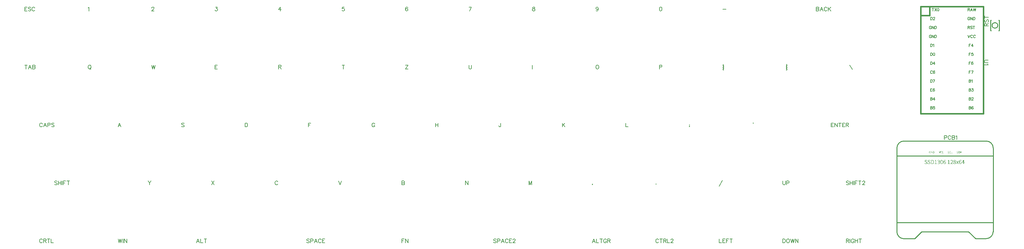
<source format=gto>
G04 Layer: TopSilkscreenLayer*
G04 EasyEDA v6.5.5, 2022-08-01 21:55:59*
G04 dce6eb41c8b944d7b87ad0e2915b6228,d603b60474844c32a05bd641800ef4e1,10*
G04 Gerber Generator version 0.2*
G04 Scale: 100 percent, Rotated: No, Reflected: No *
G04 Dimensions in millimeters *
G04 leading zeros omitted , absolute positions ,4 integer and 5 decimal *
%FSLAX45Y45*%
%MOMM*%

%ADD10C,0.2540*%
%ADD20C,0.3810*%
%ADD21C,0.1524*%
%ADD23C,0.1501*%

%LPD*%
G36*
X27766467Y5753354D02*
G01*
X27761336Y5752795D01*
X27756662Y5751322D01*
X27752497Y5748832D01*
X27748941Y5745530D01*
X27746045Y5741365D01*
X27743912Y5736386D01*
X27742540Y5730748D01*
X27742083Y5724398D01*
X27742540Y5717946D01*
X27743912Y5712256D01*
X27746045Y5707278D01*
X27748890Y5703112D01*
X27752395Y5699810D01*
X27756459Y5697423D01*
X27761031Y5695899D01*
X27765959Y5695442D01*
X27771039Y5695950D01*
X27775509Y5697474D01*
X27779522Y5700014D01*
X27782977Y5703570D01*
X27779421Y5707380D01*
X27776627Y5704636D01*
X27773477Y5702655D01*
X27770023Y5701436D01*
X27766213Y5701030D01*
X27758847Y5702655D01*
X27753259Y5707380D01*
X27749703Y5714746D01*
X27748433Y5724398D01*
X27749703Y5734151D01*
X27753360Y5741466D01*
X27759050Y5746140D01*
X27766467Y5747766D01*
X27769921Y5747359D01*
X27772969Y5746242D01*
X27775712Y5744514D01*
X27778151Y5742432D01*
X27781707Y5746496D01*
X27778862Y5749036D01*
X27775357Y5751220D01*
X27771191Y5752744D01*
G37*
G36*
X27812441Y5753354D02*
G01*
X27807310Y5752795D01*
X27802636Y5751322D01*
X27798471Y5748832D01*
X27794915Y5745530D01*
X27792019Y5741365D01*
X27789886Y5736386D01*
X27788514Y5730748D01*
X27788057Y5724398D01*
X27788514Y5717946D01*
X27789886Y5712256D01*
X27792019Y5707278D01*
X27794864Y5703112D01*
X27798369Y5699810D01*
X27802433Y5697423D01*
X27807005Y5695899D01*
X27811933Y5695442D01*
X27817114Y5695950D01*
X27821585Y5697474D01*
X27825496Y5700014D01*
X27828951Y5703570D01*
X27825395Y5707380D01*
X27822652Y5704636D01*
X27819553Y5702655D01*
X27816098Y5701436D01*
X27812187Y5701030D01*
X27804821Y5702655D01*
X27799233Y5707380D01*
X27795677Y5714746D01*
X27794407Y5724398D01*
X27795677Y5734151D01*
X27799334Y5741466D01*
X27805024Y5746140D01*
X27812441Y5747766D01*
X27815946Y5747359D01*
X27819045Y5746242D01*
X27821788Y5744514D01*
X27824125Y5742432D01*
X27827681Y5746496D01*
X27824887Y5749036D01*
X27821382Y5751220D01*
X27817267Y5752744D01*
G37*
G36*
X27695347Y5752338D02*
G01*
X27713127Y5696458D01*
X27720493Y5696458D01*
X27738273Y5752338D01*
X27731923Y5752338D01*
X27718512Y5707735D01*
X27716937Y5703062D01*
X27716683Y5703062D01*
X27711349Y5721350D01*
X27701951Y5752338D01*
G37*
G36*
X27445411Y5753354D02*
G01*
X27440127Y5752795D01*
X27435302Y5751322D01*
X27430984Y5748832D01*
X27427326Y5745530D01*
X27424329Y5741365D01*
X27422144Y5736386D01*
X27420773Y5730748D01*
X27420265Y5724398D01*
X27420722Y5717946D01*
X27422094Y5712256D01*
X27424278Y5707278D01*
X27427174Y5703112D01*
X27430780Y5699810D01*
X27434946Y5697423D01*
X27439721Y5695899D01*
X27444903Y5695442D01*
X27450338Y5695899D01*
X27455063Y5697270D01*
X27459076Y5699252D01*
X27462175Y5701792D01*
X27462175Y5724906D01*
X27444141Y5724906D01*
X27444141Y5719826D01*
X27456333Y5719826D01*
X27456333Y5704586D01*
X27454301Y5703062D01*
X27451659Y5701944D01*
X27448713Y5701233D01*
X27445665Y5701030D01*
X27437537Y5702655D01*
X27431593Y5707380D01*
X27427885Y5714746D01*
X27426615Y5724398D01*
X27427986Y5734151D01*
X27431796Y5741466D01*
X27437791Y5746140D01*
X27445665Y5747766D01*
X27449678Y5747308D01*
X27452929Y5746140D01*
X27455622Y5744413D01*
X27457857Y5742432D01*
X27461413Y5746496D01*
X27458619Y5748934D01*
X27455164Y5751118D01*
X27450796Y5752744D01*
G37*
G36*
X27475637Y5752338D02*
G01*
X27475637Y5696458D01*
X27481479Y5696458D01*
X27481428Y5731256D01*
X27480717Y5743956D01*
X27481225Y5743956D01*
X27487321Y5732526D01*
X27508149Y5696458D01*
X27514753Y5696458D01*
X27514753Y5752338D01*
X27508657Y5752338D01*
X27508758Y5717692D01*
X27509673Y5704586D01*
X27509165Y5704586D01*
X27503069Y5716016D01*
X27481987Y5752338D01*
G37*
G36*
X27530247Y5752338D02*
G01*
X27530247Y5747004D01*
X27543455Y5747004D01*
X27548179Y5746597D01*
X27552294Y5745480D01*
X27555748Y5743651D01*
X27558542Y5741162D01*
X27560727Y5737961D01*
X27562302Y5734100D01*
X27563216Y5729681D01*
X27563521Y5724652D01*
X27563216Y5719572D01*
X27562302Y5715000D01*
X27560727Y5711088D01*
X27558542Y5707735D01*
X27555748Y5705094D01*
X27552294Y5703112D01*
X27548179Y5701944D01*
X27543455Y5701538D01*
X27536597Y5701538D01*
X27536597Y5747004D01*
X27530247Y5747004D01*
X27530247Y5696458D01*
X27544217Y5696458D01*
X27550211Y5696915D01*
X27555444Y5698388D01*
X27559914Y5700725D01*
X27563572Y5703976D01*
X27566416Y5707989D01*
X27568499Y5712815D01*
X27569718Y5718403D01*
X27570125Y5724652D01*
X27569718Y5730849D01*
X27568499Y5736336D01*
X27566416Y5741111D01*
X27563521Y5745022D01*
X27559863Y5748172D01*
X27555342Y5750458D01*
X27550059Y5751830D01*
X27543963Y5752338D01*
G37*
G36*
X27972715Y5753354D02*
G01*
X27965857Y5752236D01*
X27960370Y5749188D01*
X27956764Y5744565D01*
X27955443Y5738622D01*
X27956510Y5733288D01*
X27959253Y5729274D01*
X27962961Y5726430D01*
X27966873Y5724398D01*
X27978709Y5719064D01*
X27981706Y5717082D01*
X27983688Y5714390D01*
X27984399Y5710682D01*
X27983586Y5706668D01*
X27981198Y5703620D01*
X27977338Y5701690D01*
X27972207Y5701030D01*
X27967889Y5701487D01*
X27963672Y5702960D01*
X27959812Y5705195D01*
X27956459Y5708142D01*
X27952649Y5703824D01*
X27956611Y5700369D01*
X27961183Y5697728D01*
X27966415Y5696000D01*
X27972207Y5695442D01*
X27979928Y5696610D01*
X27985770Y5699963D01*
X27989479Y5704941D01*
X27990749Y5711190D01*
X27989885Y5716524D01*
X27987447Y5720537D01*
X27983789Y5723585D01*
X27979319Y5725922D01*
X27967889Y5730951D01*
X27964892Y5732830D01*
X27962656Y5735472D01*
X27961793Y5739130D01*
X27962606Y5742686D01*
X27964892Y5745429D01*
X27968346Y5747156D01*
X27972715Y5747766D01*
X27976525Y5747359D01*
X27979877Y5746292D01*
X27982926Y5744616D01*
X27985669Y5742432D01*
X27988971Y5746496D01*
X27985770Y5749137D01*
X27981910Y5751322D01*
X27977541Y5752795D01*
G37*
G36*
X28023261Y5753354D02*
G01*
X28018130Y5752795D01*
X28013406Y5751322D01*
X28009240Y5748832D01*
X28005633Y5745530D01*
X28002687Y5741365D01*
X28000502Y5736386D01*
X27999131Y5730748D01*
X27998623Y5724398D01*
X27999131Y5717946D01*
X28000452Y5712256D01*
X28002636Y5707278D01*
X28005582Y5703112D01*
X28009088Y5699810D01*
X28013202Y5697423D01*
X28017774Y5695899D01*
X28022753Y5695442D01*
X28027833Y5695950D01*
X28032303Y5697474D01*
X28036316Y5700014D01*
X28039771Y5703570D01*
X28036215Y5707380D01*
X28033421Y5704636D01*
X28030271Y5702655D01*
X28026817Y5701436D01*
X28023007Y5701030D01*
X28015641Y5702655D01*
X28010053Y5707380D01*
X28006497Y5714746D01*
X28005227Y5724398D01*
X28006497Y5734151D01*
X28010154Y5741466D01*
X28015844Y5746140D01*
X28023261Y5747766D01*
X28026715Y5747359D01*
X28029763Y5746242D01*
X28032506Y5744514D01*
X28034945Y5742432D01*
X28038247Y5746496D01*
X28035554Y5749036D01*
X28032100Y5751220D01*
X28027985Y5752744D01*
G37*
G36*
X28050185Y5752338D02*
G01*
X28050185Y5696458D01*
X28081173Y5696458D01*
X28081173Y5701792D01*
X28056535Y5701792D01*
X28056535Y5752338D01*
G37*
G36*
X28226715Y5753354D02*
G01*
X28219857Y5752236D01*
X28214370Y5749188D01*
X28210764Y5744565D01*
X28209443Y5738622D01*
X28210510Y5733288D01*
X28213253Y5729274D01*
X28216961Y5726430D01*
X28220873Y5724398D01*
X28232709Y5719064D01*
X28235706Y5717082D01*
X28237688Y5714390D01*
X28238399Y5710682D01*
X28237586Y5706668D01*
X28235198Y5703620D01*
X28231338Y5701690D01*
X28226207Y5701030D01*
X28221889Y5701487D01*
X28217672Y5702960D01*
X28213812Y5705195D01*
X28210459Y5708142D01*
X28206649Y5703824D01*
X28210611Y5700369D01*
X28215183Y5697728D01*
X28220415Y5696000D01*
X28226207Y5695442D01*
X28233928Y5696610D01*
X28239770Y5699963D01*
X28243479Y5704941D01*
X28244749Y5711190D01*
X28243885Y5716524D01*
X28241447Y5720537D01*
X28237789Y5723585D01*
X28233319Y5725922D01*
X28221889Y5730951D01*
X28218892Y5732830D01*
X28216656Y5735472D01*
X28215793Y5739130D01*
X28216606Y5742686D01*
X28218892Y5745429D01*
X28222346Y5747156D01*
X28226715Y5747766D01*
X28230525Y5747359D01*
X28233877Y5746292D01*
X28236926Y5744616D01*
X28239669Y5742432D01*
X28242971Y5746496D01*
X28239770Y5749137D01*
X28235910Y5751322D01*
X28231541Y5752795D01*
G37*
G36*
X28255925Y5752338D02*
G01*
X28255925Y5747004D01*
X28269133Y5747004D01*
X28273857Y5746597D01*
X28277972Y5745480D01*
X28281426Y5743651D01*
X28284220Y5741162D01*
X28286405Y5737961D01*
X28287980Y5734100D01*
X28288894Y5729681D01*
X28289199Y5724652D01*
X28288894Y5719572D01*
X28287980Y5715000D01*
X28286405Y5711088D01*
X28284220Y5707735D01*
X28281426Y5705094D01*
X28277972Y5703112D01*
X28273857Y5701944D01*
X28269133Y5701538D01*
X28262275Y5701538D01*
X28262275Y5747004D01*
X28255925Y5747004D01*
X28255925Y5696458D01*
X28269895Y5696458D01*
X28275889Y5696915D01*
X28281122Y5698388D01*
X28285592Y5700725D01*
X28289250Y5703976D01*
X28292094Y5707989D01*
X28294177Y5712815D01*
X28295396Y5718403D01*
X28295803Y5724652D01*
X28295396Y5730849D01*
X28294177Y5736336D01*
X28292094Y5741111D01*
X28289199Y5745022D01*
X28285541Y5748172D01*
X28281020Y5750458D01*
X28275737Y5751830D01*
X28269641Y5752338D01*
G37*
G36*
X28318917Y5752338D02*
G01*
X28307573Y5719064D01*
X28313329Y5719064D01*
X28317850Y5732780D01*
X28321965Y5747004D01*
X28322219Y5747004D01*
X28328061Y5728208D01*
X28331109Y5719064D01*
X28307573Y5719064D01*
X28299867Y5696458D01*
X28306217Y5696458D01*
X28311805Y5713984D01*
X28332633Y5713984D01*
X28338221Y5696458D01*
X28344825Y5696458D01*
X28325775Y5752338D01*
G37*
G36*
X27330857Y5505196D02*
G01*
X27323694Y5504637D01*
X27317090Y5503011D01*
X27311248Y5500420D01*
X27306168Y5496966D01*
X27302053Y5492699D01*
X27298954Y5487720D01*
X27296973Y5482082D01*
X27296313Y5475986D01*
X27296872Y5470245D01*
X27298446Y5465318D01*
X27300834Y5461050D01*
X27303831Y5457393D01*
X27307387Y5454294D01*
X27311197Y5451703D01*
X27315210Y5449570D01*
X27335175Y5440680D01*
X27342642Y5437073D01*
X27348738Y5433060D01*
X27352752Y5427675D01*
X27354225Y5420106D01*
X27353818Y5415991D01*
X27352548Y5412232D01*
X27350516Y5408930D01*
X27347773Y5406136D01*
X27344268Y5403850D01*
X27340102Y5402173D01*
X27335276Y5401157D01*
X27329841Y5400802D01*
X27321103Y5401767D01*
X27312823Y5404662D01*
X27305253Y5409133D01*
X27298599Y5415026D01*
X27290979Y5406390D01*
X27294789Y5402681D01*
X27298903Y5399379D01*
X27303272Y5396484D01*
X27307997Y5394096D01*
X27313026Y5392166D01*
X27318258Y5390743D01*
X27323796Y5389880D01*
X27329587Y5389626D01*
X27337867Y5390235D01*
X27345233Y5392013D01*
X27351634Y5394858D01*
X27357070Y5398668D01*
X27361388Y5403240D01*
X27364588Y5408574D01*
X27366518Y5414467D01*
X27367179Y5420868D01*
X27366722Y5426710D01*
X27365350Y5431790D01*
X27363216Y5436209D01*
X27360422Y5440019D01*
X27356968Y5443321D01*
X27353056Y5446115D01*
X27348738Y5448604D01*
X27344065Y5450840D01*
X27321306Y5460593D01*
X27315312Y5464352D01*
X27310943Y5469636D01*
X27309267Y5477002D01*
X27310842Y5484012D01*
X27315210Y5489397D01*
X27322018Y5492800D01*
X27330857Y5494020D01*
X27338426Y5493258D01*
X27345132Y5491124D01*
X27351126Y5487771D01*
X27356511Y5483352D01*
X27363369Y5491480D01*
X27356968Y5497017D01*
X27349297Y5501386D01*
X27340560Y5504180D01*
G37*
G36*
X27418741Y5505196D02*
G01*
X27411578Y5504637D01*
X27405025Y5503011D01*
X27399183Y5500420D01*
X27394153Y5496966D01*
X27390089Y5492699D01*
X27387042Y5487720D01*
X27385111Y5482082D01*
X27384451Y5475986D01*
X27385010Y5470245D01*
X27386534Y5465318D01*
X27388870Y5461050D01*
X27391868Y5457393D01*
X27395322Y5454294D01*
X27399132Y5451703D01*
X27403094Y5449570D01*
X27423313Y5440680D01*
X27430780Y5437073D01*
X27436826Y5433060D01*
X27440889Y5427675D01*
X27442363Y5420106D01*
X27441956Y5415991D01*
X27440686Y5412232D01*
X27438603Y5408930D01*
X27435759Y5406136D01*
X27432253Y5403850D01*
X27428037Y5402173D01*
X27423160Y5401157D01*
X27417725Y5400802D01*
X27408987Y5401767D01*
X27400707Y5404662D01*
X27393138Y5409133D01*
X27386483Y5415026D01*
X27378863Y5406390D01*
X27382673Y5402681D01*
X27386788Y5399379D01*
X27391156Y5396484D01*
X27395881Y5394096D01*
X27400910Y5392166D01*
X27406142Y5390743D01*
X27411680Y5389880D01*
X27417471Y5389626D01*
X27425751Y5390235D01*
X27433117Y5392013D01*
X27439518Y5394858D01*
X27444953Y5398668D01*
X27449272Y5403240D01*
X27452472Y5408574D01*
X27454402Y5414467D01*
X27455063Y5420868D01*
X27454606Y5426710D01*
X27453234Y5431790D01*
X27451100Y5436209D01*
X27448256Y5440019D01*
X27444852Y5443321D01*
X27440940Y5446115D01*
X27436622Y5448604D01*
X27431949Y5450840D01*
X27415693Y5457698D01*
X27409292Y5460593D01*
X27403298Y5464352D01*
X27398878Y5469636D01*
X27397151Y5477002D01*
X27398726Y5484012D01*
X27403094Y5489397D01*
X27409902Y5492800D01*
X27418741Y5494020D01*
X27426361Y5493258D01*
X27433117Y5491124D01*
X27439213Y5487771D01*
X27444649Y5483352D01*
X27451253Y5491480D01*
X27444852Y5497017D01*
X27437181Y5501386D01*
X27428444Y5504180D01*
G37*
G36*
X27688997Y5505196D02*
G01*
X27680005Y5504180D01*
X27671928Y5501436D01*
X27664714Y5497220D01*
X27658263Y5491988D01*
X27665121Y5484114D01*
X27670048Y5488482D01*
X27675687Y5491937D01*
X27681834Y5494223D01*
X27688489Y5495036D01*
X27696718Y5493715D01*
X27702865Y5489956D01*
X27706726Y5484215D01*
X27708047Y5476748D01*
X27707640Y5472226D01*
X27706421Y5468010D01*
X27704237Y5464251D01*
X27701087Y5461000D01*
X27696820Y5458358D01*
X27691334Y5456326D01*
X27684628Y5455056D01*
X27676551Y5454650D01*
X27676551Y5444744D01*
X27685542Y5444286D01*
X27693061Y5443067D01*
X27699208Y5441086D01*
X27704084Y5438444D01*
X27707691Y5435142D01*
X27710231Y5431231D01*
X27711653Y5426760D01*
X27712111Y5421884D01*
X27711653Y5417058D01*
X27710384Y5412790D01*
X27708301Y5409031D01*
X27705507Y5405882D01*
X27702052Y5403392D01*
X27698090Y5401513D01*
X27693620Y5400395D01*
X27688743Y5400040D01*
X27679700Y5401106D01*
X27672182Y5404002D01*
X27665883Y5408168D01*
X27660549Y5412994D01*
X27654199Y5404866D01*
X27657044Y5402021D01*
X27660244Y5399227D01*
X27663902Y5396687D01*
X27667965Y5394350D01*
X27672538Y5392420D01*
X27677618Y5390896D01*
X27683256Y5389930D01*
X27689505Y5389626D01*
X27696617Y5390134D01*
X27703221Y5391759D01*
X27709215Y5394401D01*
X27714397Y5398058D01*
X27718613Y5402580D01*
X27721864Y5408015D01*
X27723846Y5414314D01*
X27724557Y5421376D01*
X27724100Y5426913D01*
X27722677Y5431891D01*
X27720493Y5436362D01*
X27717597Y5440222D01*
X27714041Y5443524D01*
X27709977Y5446268D01*
X27705507Y5448350D01*
X27700681Y5449824D01*
X27700681Y5450586D01*
X27704999Y5452313D01*
X27708860Y5454548D01*
X27712314Y5457240D01*
X27715210Y5460390D01*
X27717546Y5463997D01*
X27719324Y5468061D01*
X27720391Y5472582D01*
X27720747Y5477510D01*
X27720137Y5483707D01*
X27718359Y5489194D01*
X27715514Y5493969D01*
X27711755Y5497880D01*
X27707082Y5501030D01*
X27701697Y5503316D01*
X27695601Y5504688D01*
G37*
G36*
X27775103Y5505196D02*
G01*
X27770023Y5504789D01*
X27765248Y5503621D01*
X27760879Y5501690D01*
X27756865Y5498947D01*
X27753259Y5495391D01*
X27750058Y5491022D01*
X27747315Y5485892D01*
X27745029Y5479948D01*
X27743200Y5473141D01*
X27741880Y5465521D01*
X27741118Y5457037D01*
X27740813Y5447792D01*
X27752751Y5447792D01*
X27753157Y5459222D01*
X27754376Y5468975D01*
X27756358Y5477103D01*
X27758999Y5483656D01*
X27762250Y5488686D01*
X27766060Y5492242D01*
X27770378Y5494324D01*
X27775103Y5495036D01*
X27779827Y5494324D01*
X27784094Y5492242D01*
X27787853Y5488686D01*
X27791003Y5483656D01*
X27793543Y5477103D01*
X27795423Y5468975D01*
X27796540Y5459222D01*
X27796947Y5447792D01*
X27796794Y5439867D01*
X27796236Y5432755D01*
X27795423Y5426354D01*
X27794254Y5420664D01*
X27792730Y5415686D01*
X27791003Y5411368D01*
X27788971Y5407812D01*
X27786634Y5404866D01*
X27784094Y5402630D01*
X27781300Y5401005D01*
X27778303Y5400090D01*
X27775103Y5399786D01*
X27771902Y5400090D01*
X27768854Y5401005D01*
X27766060Y5402630D01*
X27763470Y5404866D01*
X27761082Y5407812D01*
X27758999Y5411368D01*
X27757170Y5415686D01*
X27755646Y5420664D01*
X27754376Y5426354D01*
X27753513Y5432755D01*
X27752954Y5439867D01*
X27752751Y5447792D01*
X27740813Y5447792D01*
X27741118Y5438444D01*
X27741880Y5429961D01*
X27743200Y5422290D01*
X27745029Y5415432D01*
X27747315Y5409336D01*
X27750058Y5404104D01*
X27753259Y5399684D01*
X27756865Y5396026D01*
X27760879Y5393232D01*
X27765248Y5391200D01*
X27770023Y5389981D01*
X27775103Y5389626D01*
X27780183Y5389981D01*
X27784856Y5391200D01*
X27789225Y5393232D01*
X27793188Y5396026D01*
X27796794Y5399684D01*
X27799944Y5404104D01*
X27802687Y5409336D01*
X27804973Y5415432D01*
X27806751Y5422290D01*
X27808072Y5429961D01*
X27808885Y5438444D01*
X27809139Y5447792D01*
X27808885Y5456986D01*
X27808072Y5465419D01*
X27806751Y5473039D01*
X27804973Y5479796D01*
X27802687Y5485790D01*
X27799944Y5490972D01*
X27796794Y5495290D01*
X27793188Y5498846D01*
X27789225Y5501640D01*
X27784856Y5503621D01*
X27780183Y5504789D01*
G37*
G36*
X27866289Y5505196D02*
G01*
X27862326Y5504992D01*
X27858415Y5504383D01*
X27854605Y5503367D01*
X27850947Y5501894D01*
X27847442Y5500014D01*
X27844089Y5497626D01*
X27840889Y5494782D01*
X27837993Y5491429D01*
X27835301Y5487568D01*
X27832913Y5483148D01*
X27830780Y5478221D01*
X27829002Y5472684D01*
X27827579Y5466638D01*
X27826512Y5459933D01*
X27825903Y5452618D01*
X27825649Y5444744D01*
X27825931Y5436616D01*
X27837587Y5436616D01*
X27843480Y5443372D01*
X27849576Y5447944D01*
X27855519Y5450535D01*
X27860955Y5451348D01*
X27866035Y5450840D01*
X27870353Y5449519D01*
X27874010Y5447284D01*
X27876957Y5444286D01*
X27879192Y5440578D01*
X27880767Y5436209D01*
X27881732Y5431231D01*
X27882037Y5425694D01*
X27881681Y5420106D01*
X27880564Y5415026D01*
X27878786Y5410606D01*
X27876449Y5406796D01*
X27873604Y5403697D01*
X27870251Y5401411D01*
X27866543Y5399989D01*
X27862479Y5399532D01*
X27857246Y5400141D01*
X27852624Y5401970D01*
X27848560Y5405018D01*
X27845105Y5409184D01*
X27842260Y5414467D01*
X27840076Y5420817D01*
X27838501Y5428234D01*
X27837587Y5436616D01*
X27825931Y5436616D01*
X27826868Y5427929D01*
X27828392Y5420664D01*
X27830424Y5414162D01*
X27832964Y5408422D01*
X27835961Y5403443D01*
X27839466Y5399227D01*
X27843327Y5395772D01*
X27847645Y5393080D01*
X27852268Y5391150D01*
X27857246Y5389981D01*
X27862479Y5389626D01*
X27868626Y5390286D01*
X27874468Y5392216D01*
X27879751Y5395366D01*
X27884424Y5399633D01*
X27888285Y5404866D01*
X27891232Y5411012D01*
X27893060Y5417972D01*
X27893721Y5425694D01*
X27893213Y5433872D01*
X27891587Y5440984D01*
X27889047Y5447030D01*
X27885491Y5451957D01*
X27881072Y5455818D01*
X27875839Y5458510D01*
X27869794Y5460187D01*
X27862987Y5460746D01*
X27856230Y5459780D01*
X27849423Y5456986D01*
X27843022Y5452668D01*
X27837333Y5447030D01*
X27837739Y5455462D01*
X27838603Y5462981D01*
X27839924Y5469585D01*
X27841702Y5475325D01*
X27843835Y5480202D01*
X27846375Y5484317D01*
X27849169Y5487670D01*
X27852268Y5490362D01*
X27855621Y5492343D01*
X27859177Y5493715D01*
X27862936Y5494528D01*
X27866797Y5494782D01*
X27871877Y5494223D01*
X27876703Y5492546D01*
X27881072Y5489956D01*
X27884831Y5486400D01*
X27891943Y5494020D01*
X27886964Y5498439D01*
X27881122Y5501944D01*
X27874264Y5504332D01*
G37*
G36*
X28056789Y5505196D02*
G01*
X28051760Y5504891D01*
X28047086Y5503976D01*
X28042717Y5502554D01*
X28038653Y5500674D01*
X28034792Y5498287D01*
X28031135Y5495544D01*
X28027680Y5492394D01*
X28024277Y5488940D01*
X28031643Y5481828D01*
X28036723Y5487060D01*
X28042412Y5491276D01*
X28048610Y5494020D01*
X28055265Y5495036D01*
X28060345Y5494578D01*
X28064714Y5493258D01*
X28068371Y5491175D01*
X28071368Y5488432D01*
X28073705Y5485079D01*
X28075331Y5481167D01*
X28076296Y5476849D01*
X28076601Y5472176D01*
X28076448Y5468518D01*
X28075839Y5464759D01*
X28074924Y5460898D01*
X28073553Y5456986D01*
X28071826Y5452922D01*
X28069692Y5448757D01*
X28067152Y5444490D01*
X28060802Y5435498D01*
X28052776Y5425948D01*
X28043022Y5415686D01*
X28031490Y5404764D01*
X28025039Y5399024D01*
X28025039Y5391658D01*
X28094127Y5391658D01*
X28094127Y5402326D01*
X28057754Y5402275D01*
X28048407Y5401767D01*
X28043835Y5401310D01*
X28053588Y5410809D01*
X28062326Y5420106D01*
X28069997Y5429199D01*
X28076499Y5438140D01*
X28079293Y5442508D01*
X28083865Y5451246D01*
X28085592Y5455564D01*
X28086964Y5459882D01*
X28087980Y5464149D01*
X28088589Y5468416D01*
X28088793Y5472684D01*
X28088234Y5479745D01*
X28086608Y5486095D01*
X28083916Y5491632D01*
X28080208Y5496356D01*
X28075636Y5500116D01*
X28070149Y5502859D01*
X28063850Y5504586D01*
G37*
G36*
X28309011Y5505196D02*
G01*
X28305048Y5504992D01*
X28301137Y5504383D01*
X28297327Y5503367D01*
X28293669Y5501894D01*
X28290164Y5500014D01*
X28286811Y5497626D01*
X28283611Y5494782D01*
X28280715Y5491429D01*
X28278023Y5487568D01*
X28275635Y5483148D01*
X28273502Y5478221D01*
X28271724Y5472684D01*
X28270301Y5466638D01*
X28269234Y5459933D01*
X28268625Y5452618D01*
X28268371Y5444744D01*
X28268653Y5436616D01*
X28280309Y5436616D01*
X28286202Y5443372D01*
X28292298Y5447944D01*
X28298241Y5450535D01*
X28303677Y5451348D01*
X28308757Y5450840D01*
X28313075Y5449519D01*
X28316732Y5447284D01*
X28319679Y5444286D01*
X28321914Y5440578D01*
X28323489Y5436209D01*
X28324454Y5431231D01*
X28324759Y5425694D01*
X28324403Y5420106D01*
X28323286Y5415026D01*
X28321508Y5410606D01*
X28319171Y5406796D01*
X28316326Y5403697D01*
X28312973Y5401411D01*
X28309265Y5399989D01*
X28305201Y5399532D01*
X28299968Y5400141D01*
X28295346Y5401970D01*
X28291282Y5405018D01*
X28287827Y5409184D01*
X28284982Y5414467D01*
X28282798Y5420817D01*
X28281223Y5428234D01*
X28280309Y5436616D01*
X28268653Y5436616D01*
X28269590Y5427929D01*
X28271114Y5420664D01*
X28273146Y5414162D01*
X28275686Y5408422D01*
X28278683Y5403443D01*
X28282188Y5399227D01*
X28286049Y5395772D01*
X28290367Y5393080D01*
X28294990Y5391150D01*
X28299968Y5389981D01*
X28305201Y5389626D01*
X28311348Y5390286D01*
X28317189Y5392216D01*
X28322473Y5395366D01*
X28327146Y5399633D01*
X28331007Y5404866D01*
X28333953Y5411012D01*
X28335782Y5417972D01*
X28336443Y5425694D01*
X28335935Y5433872D01*
X28334309Y5440984D01*
X28331769Y5447030D01*
X28328213Y5451957D01*
X28323794Y5455818D01*
X28318561Y5458510D01*
X28312516Y5460187D01*
X28305709Y5460746D01*
X28298952Y5459780D01*
X28292145Y5456986D01*
X28285694Y5452668D01*
X28280055Y5447030D01*
X28280461Y5455462D01*
X28281325Y5462981D01*
X28282646Y5469585D01*
X28284424Y5475325D01*
X28286557Y5480202D01*
X28289097Y5484317D01*
X28291891Y5487670D01*
X28294990Y5490362D01*
X28298343Y5492343D01*
X28301899Y5493715D01*
X28305658Y5494528D01*
X28309519Y5494782D01*
X28314599Y5494223D01*
X28319425Y5492546D01*
X28323794Y5489956D01*
X28327553Y5486400D01*
X28334665Y5494020D01*
X28329686Y5498439D01*
X28323844Y5501944D01*
X28316986Y5504332D01*
G37*
G36*
X28144419Y5504942D02*
G01*
X28138272Y5504383D01*
X28132582Y5502859D01*
X28127452Y5500420D01*
X28123083Y5497118D01*
X28119476Y5493004D01*
X28116733Y5488178D01*
X28115056Y5482742D01*
X28114447Y5476748D01*
X28125877Y5476748D01*
X28127248Y5484368D01*
X28131008Y5490311D01*
X28136799Y5494172D01*
X28144165Y5495544D01*
X28152547Y5493867D01*
X28158744Y5489448D01*
X28162656Y5482894D01*
X28163977Y5474970D01*
X28163215Y5468620D01*
X28160827Y5462574D01*
X28157017Y5456885D01*
X28151785Y5451602D01*
X28142082Y5455818D01*
X28137662Y5458206D01*
X28133802Y5460898D01*
X28130550Y5464048D01*
X28128061Y5467654D01*
X28126436Y5471871D01*
X28125877Y5476748D01*
X28114447Y5476748D01*
X28115666Y5468569D01*
X28118917Y5461609D01*
X28123692Y5455818D01*
X28129433Y5451094D01*
X28129433Y5450586D01*
X28125623Y5448249D01*
X28121914Y5445455D01*
X28118409Y5442254D01*
X28115209Y5438546D01*
X28112516Y5434431D01*
X28110434Y5429859D01*
X28109113Y5424830D01*
X28108699Y5420360D01*
X28120035Y5420360D01*
X28121203Y5428335D01*
X28124505Y5435396D01*
X28129585Y5441543D01*
X28136037Y5446522D01*
X28147670Y5441543D01*
X28152852Y5438851D01*
X28157373Y5435854D01*
X28161183Y5432450D01*
X28164078Y5428538D01*
X28165907Y5423916D01*
X28166517Y5418582D01*
X28164942Y5410809D01*
X28160421Y5404612D01*
X28153360Y5400497D01*
X28144165Y5399024D01*
X28139186Y5399430D01*
X28134614Y5400598D01*
X28130500Y5402529D01*
X28126944Y5405120D01*
X28124048Y5408218D01*
X28121914Y5411876D01*
X28120543Y5415940D01*
X28120035Y5420360D01*
X28108699Y5420360D01*
X28108605Y5419344D01*
X28109316Y5413095D01*
X28111297Y5407406D01*
X28114447Y5402326D01*
X28118663Y5398008D01*
X28123896Y5394452D01*
X28129941Y5391810D01*
X28136748Y5390184D01*
X28144165Y5389626D01*
X28151582Y5390184D01*
X28158236Y5391861D01*
X28164078Y5394452D01*
X28169057Y5397957D01*
X28173019Y5402173D01*
X28176016Y5407050D01*
X28177845Y5412486D01*
X28178455Y5418328D01*
X28178048Y5423712D01*
X28176880Y5428488D01*
X28175051Y5432755D01*
X28172714Y5436514D01*
X28169870Y5439816D01*
X28166669Y5442712D01*
X28163265Y5445302D01*
X28159659Y5447538D01*
X28159659Y5448300D01*
X28164789Y5453126D01*
X28169666Y5459476D01*
X28173222Y5467045D01*
X28174645Y5475478D01*
X28174137Y5481624D01*
X28172562Y5487263D01*
X28170073Y5492242D01*
X28166568Y5496560D01*
X28162250Y5500065D01*
X28157068Y5502706D01*
X28151124Y5504332D01*
G37*
G36*
X27477415Y5503164D02*
G01*
X27477415Y5492750D01*
X27503577Y5492750D01*
X27510079Y5492394D01*
X27516023Y5491378D01*
X27521357Y5489752D01*
X27526132Y5487466D01*
X27530348Y5484520D01*
X27533955Y5481015D01*
X27537054Y5476900D01*
X27539543Y5472176D01*
X27541474Y5466892D01*
X27542896Y5461050D01*
X27543709Y5454700D01*
X27543963Y5447792D01*
X27543709Y5440883D01*
X27542896Y5434482D01*
X27541474Y5428640D01*
X27539543Y5423255D01*
X27537054Y5418480D01*
X27533955Y5414264D01*
X27530348Y5410606D01*
X27526132Y5407558D01*
X27521357Y5405170D01*
X27516023Y5403443D01*
X27510079Y5402427D01*
X27503577Y5402072D01*
X27489861Y5402072D01*
X27489861Y5492750D01*
X27477415Y5492750D01*
X27477415Y5391658D01*
X27505101Y5391658D01*
X27511298Y5391861D01*
X27517089Y5392623D01*
X27522525Y5393791D01*
X27527554Y5395468D01*
X27532228Y5397601D01*
X27536444Y5400141D01*
X27540305Y5403138D01*
X27543760Y5406542D01*
X27546858Y5410403D01*
X27549500Y5414619D01*
X27551786Y5419242D01*
X27553615Y5424220D01*
X27555088Y5429554D01*
X27556104Y5435295D01*
X27556714Y5441340D01*
X27556917Y5447792D01*
X27556714Y5454142D01*
X27556104Y5460187D01*
X27555088Y5465876D01*
X27553615Y5471210D01*
X27551735Y5476138D01*
X27549500Y5480710D01*
X27546808Y5484825D01*
X27543760Y5488584D01*
X27540254Y5491937D01*
X27536394Y5494883D01*
X27532126Y5497372D01*
X27527453Y5499404D01*
X27522373Y5501030D01*
X27516937Y5502198D01*
X27511095Y5502910D01*
X27504847Y5503164D01*
G37*
G36*
X27607209Y5503164D02*
G01*
X27602688Y5500725D01*
X27597455Y5498642D01*
X27591562Y5496966D01*
X27584857Y5495544D01*
X27584857Y5487416D01*
X27604415Y5487416D01*
X27604415Y5402072D01*
X27579523Y5402072D01*
X27579523Y5391658D01*
X27639467Y5391658D01*
X27639467Y5402072D01*
X27616861Y5402072D01*
X27616861Y5503164D01*
G37*
G36*
X27976017Y5503164D02*
G01*
X27971394Y5500725D01*
X27966162Y5498642D01*
X27960218Y5496966D01*
X27953411Y5495544D01*
X27953411Y5487416D01*
X27972969Y5487416D01*
X27972969Y5402072D01*
X27948077Y5402072D01*
X27948077Y5391658D01*
X28008021Y5391658D01*
X28008021Y5402072D01*
X27985415Y5402072D01*
X27985415Y5503164D01*
G37*
G36*
X28393593Y5503164D02*
G01*
X28347261Y5432552D01*
X28359303Y5432552D01*
X28386481Y5472684D01*
X28391002Y5480659D01*
X28395117Y5488686D01*
X28395879Y5488686D01*
X28395117Y5468874D01*
X28395117Y5432552D01*
X28347261Y5432552D01*
X28346095Y5430774D01*
X28346095Y5422646D01*
X28395117Y5422646D01*
X28395117Y5391658D01*
X28406801Y5391658D01*
X28406801Y5422646D01*
X28422041Y5422646D01*
X28422041Y5432552D01*
X28406801Y5432552D01*
X28406801Y5503164D01*
G37*
G36*
X28189885Y5473954D02*
G01*
X28215031Y5434584D01*
X28187853Y5391658D01*
X28200807Y5391658D01*
X28221381Y5426456D01*
X28222143Y5426456D01*
X28231033Y5411724D01*
X28243733Y5391658D01*
X28257195Y5391658D01*
X28230271Y5433314D01*
X28255163Y5473954D01*
X28242463Y5473954D01*
X28223921Y5441442D01*
X28223413Y5441442D01*
X28219044Y5448300D01*
X28215031Y5455158D01*
X28203347Y5473954D01*
G37*
D21*
X19800824Y9856215D02*
G01*
X19785075Y9851136D01*
X19774661Y9835387D01*
X19769581Y9809479D01*
X19769581Y9793986D01*
X19774661Y9767824D01*
X19785075Y9752329D01*
X19800824Y9747250D01*
X19811238Y9747250D01*
X19826731Y9752329D01*
X19837145Y9767824D01*
X19842225Y9793986D01*
X19842225Y9809479D01*
X19837145Y9835387D01*
X19826731Y9851136D01*
X19811238Y9856215D01*
X19800824Y9856215D01*
X3569614Y9835387D02*
G01*
X3580028Y9840721D01*
X3595522Y9856215D01*
X3595522Y9747250D01*
X5374690Y9830308D02*
G01*
X5374690Y9835387D01*
X5380024Y9845802D01*
X5385104Y9851136D01*
X5395518Y9856215D01*
X5416346Y9856215D01*
X5426760Y9851136D01*
X5431840Y9845802D01*
X5437174Y9835387D01*
X5437174Y9824974D01*
X5431840Y9814560D01*
X5421680Y9799065D01*
X5369610Y9747250D01*
X5442254Y9747250D01*
X7180021Y9856215D02*
G01*
X7237171Y9856215D01*
X7205929Y9814560D01*
X7221677Y9814560D01*
X7231837Y9809479D01*
X7237171Y9804400D01*
X7242251Y9788652D01*
X7242251Y9778237D01*
X7237171Y9762744D01*
X7226757Y9752329D01*
X7211263Y9747250D01*
X7195515Y9747250D01*
X7180021Y9752329D01*
X7174687Y9757410D01*
X7169607Y9767824D01*
X9021673Y9856215D02*
G01*
X8969603Y9783571D01*
X9047581Y9783571D01*
X9021673Y9856215D02*
G01*
X9021673Y9747250D01*
X12631826Y9840721D02*
G01*
X12626746Y9851136D01*
X12611252Y9856215D01*
X12600838Y9856215D01*
X12585090Y9851136D01*
X12574676Y9835387D01*
X12569596Y9809479D01*
X12569596Y9783571D01*
X12574676Y9762744D01*
X12585090Y9752329D01*
X12600838Y9747250D01*
X12605918Y9747250D01*
X12621666Y9752329D01*
X12631826Y9762744D01*
X12637160Y9778237D01*
X12637160Y9783571D01*
X12631826Y9799065D01*
X12621666Y9809479D01*
X12605918Y9814560D01*
X12600838Y9814560D01*
X12585090Y9809479D01*
X12574676Y9799065D01*
X12569596Y9783571D01*
X14442236Y9856215D02*
G01*
X14390420Y9747250D01*
X14369592Y9856215D02*
G01*
X14442236Y9856215D01*
X16195497Y9856215D02*
G01*
X16180003Y9851136D01*
X16174669Y9840721D01*
X16174669Y9830308D01*
X16180003Y9819894D01*
X16190417Y9814560D01*
X16211245Y9809479D01*
X16226739Y9804400D01*
X16237153Y9793986D01*
X16242233Y9783571D01*
X16242233Y9767824D01*
X16237153Y9757410D01*
X16231819Y9752329D01*
X16216325Y9747250D01*
X16195497Y9747250D01*
X16180003Y9752329D01*
X16174669Y9757410D01*
X16169589Y9767824D01*
X16169589Y9783571D01*
X16174669Y9793986D01*
X16185083Y9804400D01*
X16200831Y9809479D01*
X16221659Y9814560D01*
X16231819Y9819894D01*
X16237153Y9830308D01*
X16237153Y9840721D01*
X16231819Y9851136D01*
X16216325Y9856215D01*
X16195497Y9856215D01*
X18037149Y9819894D02*
G01*
X18031815Y9804400D01*
X18021655Y9793986D01*
X18005907Y9788652D01*
X18000827Y9788652D01*
X17985079Y9793986D01*
X17974665Y9804400D01*
X17969585Y9819894D01*
X17969585Y9824974D01*
X17974665Y9840721D01*
X17985079Y9851136D01*
X18000827Y9856215D01*
X18005907Y9856215D01*
X18021655Y9851136D01*
X18031815Y9840721D01*
X18037149Y9819894D01*
X18037149Y9793986D01*
X18031815Y9767824D01*
X18021655Y9752329D01*
X18005907Y9747250D01*
X17995493Y9747250D01*
X17979999Y9752329D01*
X17974665Y9762744D01*
X22429990Y6571716D02*
G01*
X22429990Y6540728D01*
X17879999Y4817833D02*
G01*
X17874665Y4812753D01*
X17869585Y4817833D01*
X17874665Y4823167D01*
X17879999Y4817833D01*
X17879999Y4807419D01*
X17869585Y4797259D01*
X21569578Y9793986D02*
G01*
X21663050Y9793986D01*
X19674662Y4823167D02*
G01*
X19669582Y4817833D01*
X19674662Y4812753D01*
X19679996Y4817833D01*
X19674662Y4823167D01*
X21563050Y4927053D02*
G01*
X21469578Y4760683D01*
X20624660Y6509486D02*
G01*
X20619580Y6504406D01*
X20624660Y6499072D01*
X20629994Y6504406D01*
X20624660Y6509486D01*
X20629994Y6467830D02*
G01*
X20624660Y6462750D01*
X20619580Y6467830D01*
X20624660Y6473164D01*
X20629994Y6467830D01*
X20629994Y6457416D01*
X20619580Y6447256D01*
X4461268Y6556222D02*
G01*
X4419612Y6447256D01*
X4461268Y6556222D02*
G01*
X4502670Y6447256D01*
X4435106Y6483578D02*
G01*
X4487176Y6483578D01*
X6686265Y3256229D02*
G01*
X6644609Y3147263D01*
X6686265Y3256229D02*
G01*
X6727667Y3147263D01*
X6660100Y3183585D02*
G01*
X6712173Y3183585D01*
X6761957Y3256229D02*
G01*
X6761957Y3147263D01*
X6761957Y3147263D02*
G01*
X6824441Y3147263D01*
X6895050Y3256229D02*
G01*
X6895050Y3147263D01*
X6858731Y3256229D02*
G01*
X6931375Y3256229D01*
X17911241Y3256229D02*
G01*
X17869585Y3147263D01*
X17911241Y3256229D02*
G01*
X17952643Y3147263D01*
X17885079Y3183585D02*
G01*
X17937149Y3183585D01*
X17986933Y3256229D02*
G01*
X17986933Y3147263D01*
X17986933Y3147263D02*
G01*
X18049417Y3147263D01*
X18120029Y3256229D02*
G01*
X18120029Y3147263D01*
X18083707Y3256229D02*
G01*
X18156351Y3256229D01*
X18268619Y3230321D02*
G01*
X18263285Y3240735D01*
X18253125Y3251149D01*
X18242711Y3256229D01*
X18221883Y3256229D01*
X18211469Y3251149D01*
X18201055Y3240735D01*
X18195975Y3230321D01*
X18190641Y3214573D01*
X18190641Y3188665D01*
X18195975Y3173171D01*
X18201055Y3162757D01*
X18211469Y3152343D01*
X18221883Y3147263D01*
X18242711Y3147263D01*
X18253125Y3152343D01*
X18263285Y3162757D01*
X18268619Y3173171D01*
X18268619Y3188665D01*
X18242711Y3188665D02*
G01*
X18268619Y3188665D01*
X18302909Y3256229D02*
G01*
X18302909Y3147263D01*
X18302909Y3256229D02*
G01*
X18349645Y3256229D01*
X18365139Y3251149D01*
X18370473Y3245815D01*
X18375553Y3235401D01*
X18375553Y3224987D01*
X18370473Y3214573D01*
X18365139Y3209493D01*
X18349645Y3204413D01*
X18302909Y3204413D01*
X18339231Y3204413D02*
G01*
X18375553Y3147263D01*
X12469596Y4906225D02*
G01*
X12469596Y4797259D01*
X12469596Y4906225D02*
G01*
X12516332Y4906225D01*
X12531826Y4901145D01*
X12537160Y4895811D01*
X12542240Y4885397D01*
X12542240Y4874983D01*
X12537160Y4864569D01*
X12531826Y4859489D01*
X12516332Y4854409D01*
X12469596Y4854409D02*
G01*
X12516332Y4854409D01*
X12531826Y4849075D01*
X12537160Y4843995D01*
X12542240Y4833581D01*
X12542240Y4817833D01*
X12537160Y4807419D01*
X12531826Y4802339D01*
X12516332Y4797259D01*
X12469596Y4797259D01*
X24219573Y9856215D02*
G01*
X24219573Y9747250D01*
X24219573Y9856215D02*
G01*
X24266309Y9856215D01*
X24281803Y9851136D01*
X24287137Y9845802D01*
X24292217Y9835387D01*
X24292217Y9824974D01*
X24287137Y9814560D01*
X24281803Y9809479D01*
X24266309Y9804400D01*
X24219573Y9804400D02*
G01*
X24266309Y9804400D01*
X24281803Y9799065D01*
X24287137Y9793986D01*
X24292217Y9783571D01*
X24292217Y9767824D01*
X24287137Y9757410D01*
X24281803Y9752329D01*
X24266309Y9747250D01*
X24219573Y9747250D01*
X24368163Y9856215D02*
G01*
X24326507Y9747250D01*
X24368163Y9856215D02*
G01*
X24409819Y9747250D01*
X24342255Y9783571D02*
G01*
X24394071Y9783571D01*
X24521833Y9830308D02*
G01*
X24516753Y9840721D01*
X24506339Y9851136D01*
X24495925Y9856215D01*
X24475097Y9856215D01*
X24464683Y9851136D01*
X24454523Y9840721D01*
X24449189Y9830308D01*
X24444109Y9814560D01*
X24444109Y9788652D01*
X24449189Y9773158D01*
X24454523Y9762744D01*
X24464683Y9752329D01*
X24475097Y9747250D01*
X24495925Y9747250D01*
X24506339Y9752329D01*
X24516753Y9762744D01*
X24521833Y9773158D01*
X24556123Y9856215D02*
G01*
X24556123Y9747250D01*
X24629021Y9856215D02*
G01*
X24556123Y9783571D01*
X24582285Y9809479D02*
G01*
X24629021Y9747250D01*
X8947581Y4880317D02*
G01*
X8942247Y4890731D01*
X8931833Y4901145D01*
X8921673Y4906225D01*
X8900845Y4906225D01*
X8890431Y4901145D01*
X8880017Y4890731D01*
X8874683Y4880317D01*
X8869603Y4864569D01*
X8869603Y4838661D01*
X8874683Y4823167D01*
X8880017Y4812753D01*
X8890431Y4802339D01*
X8900845Y4797259D01*
X8921673Y4797259D01*
X8931833Y4802339D01*
X8942247Y4812753D01*
X8947581Y4823167D01*
X2272596Y6530314D02*
G01*
X2267262Y6540728D01*
X2256848Y6551142D01*
X2246688Y6556222D01*
X2225860Y6556222D01*
X2215446Y6551142D01*
X2205032Y6540728D01*
X2199698Y6530314D01*
X2194618Y6514566D01*
X2194618Y6488658D01*
X2199698Y6473164D01*
X2205032Y6462750D01*
X2215446Y6452336D01*
X2225860Y6447256D01*
X2246688Y6447256D01*
X2256848Y6452336D01*
X2267262Y6462750D01*
X2272596Y6473164D01*
X2348288Y6556222D02*
G01*
X2306886Y6447256D01*
X2348288Y6556222D02*
G01*
X2389941Y6447256D01*
X2322380Y6483578D02*
G01*
X2374450Y6483578D01*
X2424234Y6556222D02*
G01*
X2424234Y6447256D01*
X2424234Y6556222D02*
G01*
X2470970Y6556222D01*
X2486718Y6551142D01*
X2491798Y6545808D01*
X2496878Y6535394D01*
X2496878Y6519900D01*
X2491798Y6509486D01*
X2486718Y6504406D01*
X2470970Y6499072D01*
X2424234Y6499072D01*
X2604066Y6540728D02*
G01*
X2593652Y6551142D01*
X2578158Y6556222D01*
X2557330Y6556222D01*
X2541582Y6551142D01*
X2531168Y6540728D01*
X2531168Y6530314D01*
X2536502Y6519900D01*
X2541582Y6514566D01*
X2551996Y6509486D01*
X2583238Y6499072D01*
X2593652Y6493992D01*
X2598732Y6488658D01*
X2604066Y6478244D01*
X2604066Y6462750D01*
X2593652Y6452336D01*
X2578158Y6447256D01*
X2557330Y6447256D01*
X2541582Y6452336D01*
X2531168Y6462750D01*
X2272596Y3230321D02*
G01*
X2267262Y3240735D01*
X2256848Y3251149D01*
X2246685Y3256229D01*
X2225855Y3256229D01*
X2215446Y3251149D01*
X2205032Y3240735D01*
X2199698Y3230321D01*
X2194615Y3214573D01*
X2194615Y3188665D01*
X2199698Y3173171D01*
X2205032Y3162757D01*
X2215446Y3152343D01*
X2225855Y3147263D01*
X2246685Y3147263D01*
X2256848Y3152343D01*
X2267262Y3162757D01*
X2272596Y3173171D01*
X2306883Y3256229D02*
G01*
X2306883Y3147263D01*
X2306883Y3256229D02*
G01*
X2353619Y3256229D01*
X2369116Y3251149D01*
X2374450Y3245815D01*
X2379530Y3235401D01*
X2379530Y3224987D01*
X2374450Y3214573D01*
X2369116Y3209493D01*
X2353619Y3204413D01*
X2306883Y3204413D01*
X2343205Y3204413D02*
G01*
X2379530Y3147263D01*
X2450139Y3256229D02*
G01*
X2450139Y3147263D01*
X2413817Y3256229D02*
G01*
X2486715Y3256229D01*
X2521005Y3256229D02*
G01*
X2521005Y3147263D01*
X2521005Y3147263D02*
G01*
X2583235Y3147263D01*
X19747560Y3230321D02*
G01*
X19742226Y3240735D01*
X19731812Y3251149D01*
X19721652Y3256229D01*
X19700824Y3256229D01*
X19690410Y3251149D01*
X19679996Y3240735D01*
X19674662Y3230321D01*
X19669582Y3214573D01*
X19669582Y3188665D01*
X19674662Y3173171D01*
X19679996Y3162757D01*
X19690410Y3152343D01*
X19700824Y3147263D01*
X19721652Y3147263D01*
X19731812Y3152343D01*
X19742226Y3162757D01*
X19747560Y3173171D01*
X19818172Y3256229D02*
G01*
X19818172Y3147263D01*
X19781850Y3256229D02*
G01*
X19854494Y3256229D01*
X19888784Y3256229D02*
G01*
X19888784Y3147263D01*
X19888784Y3256229D02*
G01*
X19935520Y3256229D01*
X19951268Y3251149D01*
X19956348Y3245815D01*
X19961682Y3235401D01*
X19961682Y3224987D01*
X19956348Y3214573D01*
X19951268Y3209493D01*
X19935520Y3204413D01*
X19888784Y3204413D01*
X19925106Y3204413D02*
G01*
X19961682Y3147263D01*
X19995972Y3256229D02*
G01*
X19995972Y3147263D01*
X19995972Y3147263D02*
G01*
X20058202Y3147263D01*
X20097572Y3230321D02*
G01*
X20097572Y3235401D01*
X20102906Y3245815D01*
X20107986Y3251149D01*
X20118400Y3256229D01*
X20139228Y3256229D01*
X20149642Y3251149D01*
X20154722Y3245815D01*
X20160056Y3235401D01*
X20160056Y3224987D01*
X20154722Y3214573D01*
X20144562Y3199079D01*
X20092492Y3147263D01*
X20165136Y3147263D01*
X8019605Y6556222D02*
G01*
X8019605Y6447256D01*
X8019605Y6556222D02*
G01*
X8055927Y6556222D01*
X8071675Y6551142D01*
X8081835Y6540728D01*
X8087169Y6530314D01*
X8092249Y6514566D01*
X8092249Y6488658D01*
X8087169Y6473164D01*
X8081835Y6462750D01*
X8071675Y6452336D01*
X8055927Y6447256D01*
X8019605Y6447256D01*
X23269575Y3256229D02*
G01*
X23269575Y3147263D01*
X23269575Y3256229D02*
G01*
X23305897Y3256229D01*
X23321645Y3251149D01*
X23331804Y3240735D01*
X23337138Y3230321D01*
X23342218Y3214573D01*
X23342218Y3188665D01*
X23337138Y3173171D01*
X23331804Y3162757D01*
X23321645Y3152343D01*
X23305897Y3147263D01*
X23269575Y3147263D01*
X23407750Y3256229D02*
G01*
X23397336Y3251149D01*
X23386923Y3240735D01*
X23381843Y3230321D01*
X23376509Y3214573D01*
X23376509Y3188665D01*
X23381843Y3173171D01*
X23386923Y3162757D01*
X23397336Y3152343D01*
X23407750Y3147263D01*
X23428579Y3147263D01*
X23438993Y3152343D01*
X23449406Y3162757D01*
X23454486Y3173171D01*
X23459820Y3188665D01*
X23459820Y3214573D01*
X23454486Y3230321D01*
X23449406Y3240735D01*
X23438993Y3251149D01*
X23428579Y3256229D01*
X23407750Y3256229D01*
X23494111Y3256229D02*
G01*
X23520018Y3147263D01*
X23545927Y3256229D02*
G01*
X23520018Y3147263D01*
X23545927Y3256229D02*
G01*
X23571834Y3147263D01*
X23597997Y3256229D02*
G01*
X23571834Y3147263D01*
X23632286Y3256229D02*
G01*
X23632286Y3147263D01*
X23632286Y3256229D02*
G01*
X23704931Y3147263D01*
X23704931Y3256229D02*
G01*
X23704931Y3147263D01*
X7169607Y8206219D02*
G01*
X7169607Y8097253D01*
X7169607Y8206219D02*
G01*
X7237171Y8206219D01*
X7169607Y8154403D02*
G01*
X7211263Y8154403D01*
X7169607Y8097253D02*
G01*
X7237171Y8097253D01*
X24644573Y6556222D02*
G01*
X24644573Y6447256D01*
X24644573Y6556222D02*
G01*
X24712137Y6556222D01*
X24644573Y6504406D02*
G01*
X24686229Y6504406D01*
X24644573Y6447256D02*
G01*
X24712137Y6447256D01*
X24746427Y6556222D02*
G01*
X24746427Y6447256D01*
X24746427Y6556222D02*
G01*
X24819071Y6447256D01*
X24819071Y6556222D02*
G01*
X24819071Y6447256D01*
X24889680Y6556222D02*
G01*
X24889680Y6447256D01*
X24853361Y6556222D02*
G01*
X24926259Y6556222D01*
X24960546Y6556222D02*
G01*
X24960546Y6447256D01*
X24960546Y6556222D02*
G01*
X25028113Y6556222D01*
X24960546Y6504406D02*
G01*
X25001948Y6504406D01*
X24960546Y6447256D02*
G01*
X25028113Y6447256D01*
X25062403Y6556222D02*
G01*
X25062403Y6447256D01*
X25062403Y6556222D02*
G01*
X25109139Y6556222D01*
X25124630Y6551142D01*
X25129713Y6545808D01*
X25135047Y6535394D01*
X25135047Y6524980D01*
X25129713Y6514566D01*
X25124630Y6509486D01*
X25109139Y6504406D01*
X25062403Y6504406D01*
X25098725Y6504406D02*
G01*
X25135047Y6447256D01*
X1769618Y9856215D02*
G01*
X1769618Y9747250D01*
X1769618Y9856215D02*
G01*
X1837181Y9856215D01*
X1769618Y9804400D02*
G01*
X1811273Y9804400D01*
X1769618Y9747250D02*
G01*
X1837181Y9747250D01*
X1944115Y9840721D02*
G01*
X1933702Y9851136D01*
X1918207Y9856215D01*
X1897379Y9856215D01*
X1881886Y9851136D01*
X1871471Y9840721D01*
X1871471Y9830308D01*
X1876552Y9819894D01*
X1881886Y9814560D01*
X1892300Y9809479D01*
X1923287Y9799065D01*
X1933702Y9793986D01*
X1939036Y9788652D01*
X1944115Y9778237D01*
X1944115Y9762744D01*
X1933702Y9752329D01*
X1918207Y9747250D01*
X1897379Y9747250D01*
X1881886Y9752329D01*
X1871471Y9762744D01*
X2056384Y9830308D02*
G01*
X2051304Y9840721D01*
X2040890Y9851136D01*
X2030475Y9856215D01*
X2009647Y9856215D01*
X1999234Y9851136D01*
X1988820Y9840721D01*
X1983740Y9830308D01*
X1978406Y9814560D01*
X1978406Y9788652D01*
X1983740Y9773158D01*
X1988820Y9762744D01*
X1999234Y9752329D01*
X2009647Y9747250D01*
X2030475Y9747250D01*
X2040890Y9752329D01*
X2051304Y9762744D01*
X2056384Y9773158D01*
X9819601Y6556222D02*
G01*
X9819601Y6447256D01*
X9819601Y6556222D02*
G01*
X9887165Y6556222D01*
X9819601Y6504406D02*
G01*
X9861257Y6504406D01*
X12469596Y3256229D02*
G01*
X12469596Y3147263D01*
X12469596Y3256229D02*
G01*
X12537160Y3256229D01*
X12469596Y3204413D02*
G01*
X12511252Y3204413D01*
X12571450Y3256229D02*
G01*
X12571450Y3147263D01*
X12571450Y3256229D02*
G01*
X12644094Y3147263D01*
X12644094Y3256229D02*
G01*
X12644094Y3147263D01*
X11697576Y6530314D02*
G01*
X11692242Y6540728D01*
X11681828Y6551142D01*
X11671668Y6556222D01*
X11650840Y6556222D01*
X11640426Y6551142D01*
X11630012Y6540728D01*
X11624678Y6530314D01*
X11619598Y6514566D01*
X11619598Y6488658D01*
X11624678Y6473164D01*
X11630012Y6462750D01*
X11640426Y6452336D01*
X11650840Y6447256D01*
X11671668Y6447256D01*
X11681828Y6452336D01*
X11692242Y6462750D01*
X11697576Y6473164D01*
X11697576Y6488658D01*
X11671668Y6488658D02*
G01*
X11697576Y6488658D01*
X13419594Y6556222D02*
G01*
X13419594Y6447256D01*
X13492238Y6556222D02*
G01*
X13492238Y6447256D01*
X13419594Y6504406D02*
G01*
X13492238Y6504406D01*
X16169589Y8206219D02*
G01*
X16169589Y8097253D01*
X15271661Y6556222D02*
G01*
X15271661Y6473164D01*
X15266327Y6457416D01*
X15261247Y6452336D01*
X15250833Y6447256D01*
X15240419Y6447256D01*
X15230005Y6452336D01*
X15224671Y6457416D01*
X15219591Y6473164D01*
X15219591Y6483578D01*
X17019587Y6556222D02*
G01*
X17019587Y6447256D01*
X17092231Y6556222D02*
G01*
X17019587Y6483578D01*
X17045495Y6509486D02*
G01*
X17092231Y6447256D01*
X18819583Y6556222D02*
G01*
X18819583Y6447256D01*
X18819583Y6447256D02*
G01*
X18881813Y6447256D01*
X21469578Y3256229D02*
G01*
X21469578Y3147263D01*
X21469578Y3147263D02*
G01*
X21531808Y3147263D01*
X21566098Y3256229D02*
G01*
X21566098Y3147263D01*
X21566098Y3256229D02*
G01*
X21633662Y3256229D01*
X21566098Y3204413D02*
G01*
X21607754Y3204413D01*
X21566098Y3147263D02*
G01*
X21633662Y3147263D01*
X21667952Y3256229D02*
G01*
X21667952Y3147263D01*
X21667952Y3256229D02*
G01*
X21735516Y3256229D01*
X21667952Y3204413D02*
G01*
X21709608Y3204413D01*
X21806128Y3256229D02*
G01*
X21806128Y3147263D01*
X21769806Y3256229D02*
G01*
X21842704Y3256229D01*
X16069589Y4906225D02*
G01*
X16069589Y4797259D01*
X16069589Y4906225D02*
G01*
X16111245Y4797259D01*
X16152647Y4906225D02*
G01*
X16111245Y4797259D01*
X16152647Y4906225D02*
G01*
X16152647Y4797259D01*
X14269593Y4906225D02*
G01*
X14269593Y4797259D01*
X14269593Y4906225D02*
G01*
X14342236Y4797259D01*
X14342236Y4906225D02*
G01*
X14342236Y4797259D01*
X18000827Y8206219D02*
G01*
X17990413Y8201139D01*
X17979999Y8190725D01*
X17974665Y8180311D01*
X17969585Y8164563D01*
X17969585Y8138655D01*
X17974665Y8123161D01*
X17979999Y8112747D01*
X17990413Y8102333D01*
X18000827Y8097253D01*
X18021655Y8097253D01*
X18031815Y8102333D01*
X18042229Y8112747D01*
X18047563Y8123161D01*
X18052643Y8138655D01*
X18052643Y8164563D01*
X18047563Y8180311D01*
X18042229Y8190725D01*
X18031815Y8201139D01*
X18021655Y8206219D01*
X18000827Y8206219D01*
X19769581Y8206219D02*
G01*
X19769581Y8097253D01*
X19769581Y8206219D02*
G01*
X19816318Y8206219D01*
X19831811Y8201139D01*
X19837145Y8195805D01*
X19842225Y8185391D01*
X19842225Y8169897D01*
X19837145Y8159483D01*
X19831811Y8154403D01*
X19816318Y8149069D01*
X19769581Y8149069D01*
X3600856Y8206219D02*
G01*
X3590442Y8201139D01*
X3580028Y8190725D01*
X3574694Y8180311D01*
X3569614Y8164563D01*
X3569614Y8138655D01*
X3574694Y8123161D01*
X3580028Y8112747D01*
X3590442Y8102333D01*
X3600856Y8097253D01*
X3621684Y8097253D01*
X3631844Y8102333D01*
X3642258Y8112747D01*
X3647592Y8123161D01*
X3652672Y8138655D01*
X3652672Y8164563D01*
X3647592Y8180311D01*
X3642258Y8190725D01*
X3631844Y8201139D01*
X3621684Y8206219D01*
X3600856Y8206219D01*
X3616350Y8117827D02*
G01*
X3647592Y8086839D01*
X8969603Y8206219D02*
G01*
X8969603Y8097253D01*
X8969603Y8206219D02*
G01*
X9016339Y8206219D01*
X9031833Y8201139D01*
X9037167Y8195805D01*
X9042247Y8185391D01*
X9042247Y8174977D01*
X9037167Y8164563D01*
X9031833Y8159483D01*
X9016339Y8154403D01*
X8969603Y8154403D01*
X9005925Y8154403D02*
G01*
X9042247Y8097253D01*
X25069571Y3256229D02*
G01*
X25069571Y3147263D01*
X25069571Y3256229D02*
G01*
X25116307Y3256229D01*
X25131801Y3251149D01*
X25137135Y3245815D01*
X25142215Y3235401D01*
X25142215Y3224987D01*
X25137135Y3214573D01*
X25131801Y3209493D01*
X25116307Y3204413D01*
X25069571Y3204413D01*
X25105893Y3204413D02*
G01*
X25142215Y3147263D01*
X25176505Y3256229D02*
G01*
X25176505Y3147263D01*
X25288773Y3230321D02*
G01*
X25283693Y3240735D01*
X25273279Y3251149D01*
X25262865Y3256229D01*
X25242037Y3256229D01*
X25231623Y3251149D01*
X25221209Y3240735D01*
X25216129Y3230321D01*
X25210795Y3214573D01*
X25210795Y3188665D01*
X25216129Y3173171D01*
X25221209Y3162757D01*
X25231623Y3152343D01*
X25242037Y3147263D01*
X25262865Y3147263D01*
X25273279Y3152343D01*
X25283693Y3162757D01*
X25288773Y3173171D01*
X25288773Y3188665D01*
X25262865Y3188665D02*
G01*
X25288773Y3188665D01*
X25323063Y3256229D02*
G01*
X25323063Y3147263D01*
X25395961Y3256229D02*
G01*
X25395961Y3147263D01*
X25323063Y3204413D02*
G01*
X25395961Y3204413D01*
X25466573Y3256229D02*
G01*
X25466573Y3147263D01*
X25430251Y3256229D02*
G01*
X25502895Y3256229D01*
X6292253Y6540728D02*
G01*
X6281839Y6551142D01*
X6266345Y6556222D01*
X6245517Y6556222D01*
X6230023Y6551142D01*
X6219609Y6540728D01*
X6219609Y6530314D01*
X6224689Y6519900D01*
X6230023Y6514566D01*
X6240437Y6509486D01*
X6271679Y6499072D01*
X6281839Y6493992D01*
X6287173Y6488658D01*
X6292253Y6478244D01*
X6292253Y6462750D01*
X6281839Y6452336D01*
X6266345Y6447256D01*
X6245517Y6447256D01*
X6230023Y6452336D01*
X6219609Y6462750D01*
X2692260Y4890731D02*
G01*
X2681846Y4901145D01*
X2666352Y4906225D01*
X2645524Y4906225D01*
X2630030Y4901145D01*
X2619616Y4890731D01*
X2619616Y4880317D01*
X2624696Y4869903D01*
X2630030Y4864569D01*
X2640444Y4859489D01*
X2671686Y4849075D01*
X2681846Y4843995D01*
X2687180Y4838661D01*
X2692260Y4828247D01*
X2692260Y4812753D01*
X2681846Y4802339D01*
X2666352Y4797259D01*
X2645524Y4797259D01*
X2630030Y4802339D01*
X2619616Y4812753D01*
X2726550Y4906225D02*
G01*
X2726550Y4797259D01*
X2799448Y4906225D02*
G01*
X2799448Y4797259D01*
X2726550Y4854409D02*
G01*
X2799448Y4854409D01*
X2833738Y4906225D02*
G01*
X2833738Y4797259D01*
X2868028Y4906225D02*
G01*
X2868028Y4797259D01*
X2868028Y4906225D02*
G01*
X2935592Y4906225D01*
X2868028Y4854409D02*
G01*
X2909430Y4854409D01*
X3006204Y4906225D02*
G01*
X3006204Y4797259D01*
X2969882Y4906225D02*
G01*
X3042526Y4906225D01*
X25142215Y4890731D02*
G01*
X25131801Y4901145D01*
X25116307Y4906225D01*
X25095479Y4906225D01*
X25079985Y4901145D01*
X25069571Y4890731D01*
X25069571Y4880317D01*
X25074651Y4869903D01*
X25079985Y4864569D01*
X25090399Y4859489D01*
X25121641Y4849075D01*
X25131801Y4843995D01*
X25137135Y4838661D01*
X25142215Y4828247D01*
X25142215Y4812753D01*
X25131801Y4802339D01*
X25116307Y4797259D01*
X25095479Y4797259D01*
X25079985Y4802339D01*
X25069571Y4812753D01*
X25176505Y4906225D02*
G01*
X25176505Y4797259D01*
X25249403Y4906225D02*
G01*
X25249403Y4797259D01*
X25176505Y4854409D02*
G01*
X25249403Y4854409D01*
X25283693Y4906225D02*
G01*
X25283693Y4797259D01*
X25317983Y4906225D02*
G01*
X25317983Y4797259D01*
X25317983Y4906225D02*
G01*
X25385547Y4906225D01*
X25317983Y4854409D02*
G01*
X25359385Y4854409D01*
X25456159Y4906225D02*
G01*
X25456159Y4797259D01*
X25419837Y4906225D02*
G01*
X25492481Y4906225D01*
X25531851Y4880317D02*
G01*
X25531851Y4885397D01*
X25537185Y4895811D01*
X25542265Y4901145D01*
X25552679Y4906225D01*
X25573507Y4906225D01*
X25583921Y4901145D01*
X25589001Y4895811D01*
X25594335Y4885397D01*
X25594335Y4874983D01*
X25589001Y4864569D01*
X25578841Y4849075D01*
X25526771Y4797259D01*
X25599415Y4797259D01*
X9842245Y3240735D02*
G01*
X9831831Y3251149D01*
X9816338Y3256229D01*
X9795509Y3256229D01*
X9780015Y3251149D01*
X9769602Y3240735D01*
X9769602Y3230321D01*
X9774681Y3219907D01*
X9780015Y3214573D01*
X9790429Y3209493D01*
X9821672Y3199079D01*
X9831831Y3193999D01*
X9837165Y3188665D01*
X9842245Y3178251D01*
X9842245Y3162757D01*
X9831831Y3152343D01*
X9816338Y3147263D01*
X9795509Y3147263D01*
X9780015Y3152343D01*
X9769602Y3162757D01*
X9876536Y3256229D02*
G01*
X9876536Y3147263D01*
X9876536Y3256229D02*
G01*
X9923272Y3256229D01*
X9939020Y3251149D01*
X9944100Y3245815D01*
X9949434Y3235401D01*
X9949434Y3219907D01*
X9944100Y3209493D01*
X9939020Y3204413D01*
X9923272Y3199079D01*
X9876536Y3199079D01*
X10025125Y3256229D02*
G01*
X9983724Y3147263D01*
X10025125Y3256229D02*
G01*
X10066781Y3147263D01*
X9999218Y3183585D02*
G01*
X10051288Y3183585D01*
X10179050Y3230321D02*
G01*
X10173715Y3240735D01*
X10163302Y3251149D01*
X10153141Y3256229D01*
X10132313Y3256229D01*
X10121900Y3251149D01*
X10111486Y3240735D01*
X10106152Y3230321D01*
X10101072Y3214573D01*
X10101072Y3188665D01*
X10106152Y3173171D01*
X10111486Y3162757D01*
X10121900Y3152343D01*
X10132313Y3147263D01*
X10153141Y3147263D01*
X10163302Y3152343D01*
X10173715Y3162757D01*
X10179050Y3173171D01*
X10213340Y3256229D02*
G01*
X10213340Y3147263D01*
X10213340Y3256229D02*
G01*
X10280904Y3256229D01*
X10213340Y3204413D02*
G01*
X10254741Y3204413D01*
X10213340Y3147263D02*
G01*
X10280904Y3147263D01*
X15142235Y3240735D02*
G01*
X15131821Y3251149D01*
X15116327Y3256229D01*
X15095499Y3256229D01*
X15080005Y3251149D01*
X15069591Y3240735D01*
X15069591Y3230321D01*
X15074671Y3219907D01*
X15080005Y3214573D01*
X15090419Y3209493D01*
X15121661Y3199079D01*
X15131821Y3193999D01*
X15137155Y3188665D01*
X15142235Y3178251D01*
X15142235Y3162757D01*
X15131821Y3152343D01*
X15116327Y3147263D01*
X15095499Y3147263D01*
X15080005Y3152343D01*
X15069591Y3162757D01*
X15176525Y3256229D02*
G01*
X15176525Y3147263D01*
X15176525Y3256229D02*
G01*
X15223261Y3256229D01*
X15239009Y3251149D01*
X15244089Y3245815D01*
X15249423Y3235401D01*
X15249423Y3219907D01*
X15244089Y3209493D01*
X15239009Y3204413D01*
X15223261Y3199079D01*
X15176525Y3199079D01*
X15325115Y3256229D02*
G01*
X15283713Y3147263D01*
X15325115Y3256229D02*
G01*
X15366771Y3147263D01*
X15299207Y3183585D02*
G01*
X15351277Y3183585D01*
X15479039Y3230321D02*
G01*
X15473705Y3240735D01*
X15463291Y3251149D01*
X15453131Y3256229D01*
X15432303Y3256229D01*
X15421889Y3251149D01*
X15411475Y3240735D01*
X15406141Y3230321D01*
X15401061Y3214573D01*
X15401061Y3188665D01*
X15406141Y3173171D01*
X15411475Y3162757D01*
X15421889Y3152343D01*
X15432303Y3147263D01*
X15453131Y3147263D01*
X15463291Y3152343D01*
X15473705Y3162757D01*
X15479039Y3173171D01*
X15513329Y3256229D02*
G01*
X15513329Y3147263D01*
X15513329Y3256229D02*
G01*
X15580893Y3256229D01*
X15513329Y3204413D02*
G01*
X15554731Y3204413D01*
X15513329Y3147263D02*
G01*
X15580893Y3147263D01*
X15620263Y3230321D02*
G01*
X15620263Y3235401D01*
X15625597Y3245815D01*
X15630677Y3251149D01*
X15641091Y3256229D01*
X15661919Y3256229D01*
X15672333Y3251149D01*
X15677413Y3245815D01*
X15682747Y3235401D01*
X15682747Y3224987D01*
X15677413Y3214573D01*
X15666999Y3199079D01*
X15615183Y3147263D01*
X15687827Y3147263D01*
X10805922Y8206219D02*
G01*
X10805922Y8097253D01*
X10769600Y8206219D02*
G01*
X10842243Y8206219D01*
X1805939Y8206219D02*
G01*
X1805939Y8097253D01*
X1769618Y8206219D02*
G01*
X1842262Y8206219D01*
X1918207Y8206219D02*
G01*
X1876552Y8097253D01*
X1918207Y8206219D02*
G01*
X1959863Y8097253D01*
X1892300Y8133575D02*
G01*
X1944115Y8133575D01*
X1994154Y8206219D02*
G01*
X1994154Y8097253D01*
X1994154Y8206219D02*
G01*
X2040890Y8206219D01*
X2056384Y8201139D01*
X2061718Y8195805D01*
X2066797Y8185391D01*
X2066797Y8174977D01*
X2061718Y8164563D01*
X2056384Y8159483D01*
X2040890Y8154403D01*
X1994154Y8154403D02*
G01*
X2040890Y8154403D01*
X2056384Y8149069D01*
X2061718Y8143989D01*
X2066797Y8133575D01*
X2066797Y8117827D01*
X2061718Y8107413D01*
X2056384Y8102333D01*
X2040890Y8097253D01*
X1994154Y8097253D01*
X14369592Y8206219D02*
G01*
X14369592Y8128241D01*
X14374672Y8112747D01*
X14385086Y8102333D01*
X14400834Y8097253D01*
X14411248Y8097253D01*
X14426742Y8102333D01*
X14437156Y8112747D01*
X14442236Y8128241D01*
X14442236Y8206219D01*
X23269575Y4906225D02*
G01*
X23269575Y4828247D01*
X23274654Y4812753D01*
X23285068Y4802339D01*
X23300816Y4797259D01*
X23311231Y4797259D01*
X23326725Y4802339D01*
X23337138Y4812753D01*
X23342218Y4828247D01*
X23342218Y4906225D01*
X23376509Y4906225D02*
G01*
X23376509Y4797259D01*
X23376509Y4906225D02*
G01*
X23423245Y4906225D01*
X23438993Y4901145D01*
X23444073Y4895811D01*
X23449406Y4885397D01*
X23449406Y4869903D01*
X23444073Y4859489D01*
X23438993Y4854409D01*
X23423245Y4849075D01*
X23376509Y4849075D01*
X10669600Y4906225D02*
G01*
X10711256Y4797259D01*
X10752658Y4906225D02*
G01*
X10711256Y4797259D01*
X5369610Y8206219D02*
G01*
X5395518Y8097253D01*
X5421680Y8206219D02*
G01*
X5395518Y8097253D01*
X5421680Y8206219D02*
G01*
X5447588Y8097253D01*
X5473496Y8206219D02*
G01*
X5447588Y8097253D01*
X4419612Y3256229D02*
G01*
X4445520Y3147263D01*
X4471682Y3256229D02*
G01*
X4445520Y3147263D01*
X4471682Y3256229D02*
G01*
X4497590Y3147263D01*
X4523498Y3256229D02*
G01*
X4497590Y3147263D01*
X4557788Y3256229D02*
G01*
X4557788Y3147263D01*
X4592078Y3256229D02*
G01*
X4592078Y3147263D01*
X4592078Y3256229D02*
G01*
X4664722Y3147263D01*
X4664722Y3256229D02*
G01*
X4664722Y3147263D01*
X7069607Y4906225D02*
G01*
X7142251Y4797259D01*
X7142251Y4906225D02*
G01*
X7069607Y4797259D01*
X5269611Y4906225D02*
G01*
X5311266Y4854409D01*
X5311266Y4797259D01*
X5352668Y4906225D02*
G01*
X5311266Y4854409D01*
X12642240Y8206219D02*
G01*
X12569596Y8097253D01*
X12569596Y8206219D02*
G01*
X12642240Y8206219D01*
X12569596Y8097253D02*
G01*
X12642240Y8097253D01*
X25169571Y8206219D02*
G01*
X25242215Y8081505D01*
X21595486Y8227047D02*
G01*
X21585072Y8221713D01*
X21579992Y8216633D01*
X21574658Y8206219D01*
X21574658Y8195805D01*
X21579992Y8185391D01*
X21585072Y8180311D01*
X21590406Y8169897D01*
X21590406Y8159483D01*
X21579992Y8149069D01*
X21585072Y8221713D02*
G01*
X21579992Y8211553D01*
X21579992Y8201139D01*
X21585072Y8190725D01*
X21590406Y8185391D01*
X21595486Y8174977D01*
X21595486Y8164563D01*
X21590406Y8154403D01*
X21569578Y8143989D01*
X21590406Y8133575D01*
X21595486Y8123161D01*
X21595486Y8112747D01*
X21590406Y8102333D01*
X21585072Y8097253D01*
X21579992Y8086839D01*
X21579992Y8076425D01*
X21585072Y8066011D01*
X21579992Y8138655D02*
G01*
X21590406Y8128241D01*
X21590406Y8117827D01*
X21585072Y8107413D01*
X21579992Y8102333D01*
X21574658Y8091919D01*
X21574658Y8081505D01*
X21579992Y8071091D01*
X21585072Y8066011D01*
X21595486Y8060677D01*
X23369574Y8227047D02*
G01*
X23379988Y8221713D01*
X23385068Y8216633D01*
X23390402Y8206219D01*
X23390402Y8195805D01*
X23385068Y8185391D01*
X23379988Y8180311D01*
X23374654Y8169897D01*
X23374654Y8159483D01*
X23385068Y8149069D01*
X23379988Y8221713D02*
G01*
X23385068Y8211553D01*
X23385068Y8201139D01*
X23379988Y8190725D01*
X23374654Y8185391D01*
X23369574Y8174977D01*
X23369574Y8164563D01*
X23374654Y8154403D01*
X23395482Y8143989D01*
X23374654Y8133575D01*
X23369574Y8123161D01*
X23369574Y8112747D01*
X23374654Y8102333D01*
X23379988Y8097253D01*
X23385068Y8086839D01*
X23385068Y8076425D01*
X23379988Y8066011D01*
X23385068Y8138655D02*
G01*
X23374654Y8128241D01*
X23374654Y8117827D01*
X23379988Y8107413D01*
X23385068Y8102333D01*
X23390402Y8091919D01*
X23390402Y8081505D01*
X23385068Y8071091D01*
X23379988Y8066011D01*
X23369574Y8060677D01*
X28993084Y9318904D02*
G01*
X29102050Y9318904D01*
X28993084Y9318904D02*
G01*
X28993084Y9365640D01*
X28998163Y9381134D01*
X29003498Y9386468D01*
X29013911Y9391548D01*
X29024325Y9391548D01*
X29034740Y9386468D01*
X29039820Y9381134D01*
X29044900Y9365640D01*
X29044900Y9318904D01*
X29044900Y9355226D02*
G01*
X29102050Y9391548D01*
X29008577Y9498736D02*
G01*
X28998163Y9488322D01*
X28993084Y9472574D01*
X28993084Y9452000D01*
X28998163Y9436252D01*
X29008577Y9425838D01*
X29018991Y9425838D01*
X29029406Y9431172D01*
X29034740Y9436252D01*
X29039820Y9446666D01*
X29050234Y9477908D01*
X29055313Y9488322D01*
X29060648Y9493402D01*
X29071061Y9498736D01*
X29086556Y9498736D01*
X29096970Y9488322D01*
X29102050Y9472574D01*
X29102050Y9452000D01*
X29096970Y9436252D01*
X29086556Y9425838D01*
X28993084Y9569348D02*
G01*
X29102050Y9569348D01*
X28993084Y9533026D02*
G01*
X28993084Y9605670D01*
X10831829Y9856215D02*
G01*
X10780013Y9856215D01*
X10774679Y9809479D01*
X10780013Y9814560D01*
X10795508Y9819894D01*
X10811256Y9819894D01*
X10826750Y9814560D01*
X10837163Y9804400D01*
X10842243Y9788652D01*
X10842243Y9778237D01*
X10837163Y9762744D01*
X10826750Y9752329D01*
X10811256Y9747250D01*
X10795508Y9747250D01*
X10780013Y9752329D01*
X10774679Y9757410D01*
X10769600Y9767824D01*
X27852585Y6197831D02*
G01*
X27852585Y6088865D01*
X27852585Y6197831D02*
G01*
X27899321Y6197831D01*
X27914815Y6192751D01*
X27920149Y6187417D01*
X27925229Y6177003D01*
X27925229Y6161509D01*
X27920149Y6151095D01*
X27914815Y6146015D01*
X27899321Y6140681D01*
X27852585Y6140681D01*
X28037497Y6171923D02*
G01*
X28032417Y6182337D01*
X28022003Y6192751D01*
X28011589Y6197831D01*
X27990761Y6197831D01*
X27980347Y6192751D01*
X27969933Y6182337D01*
X27964853Y6171923D01*
X27959519Y6156175D01*
X27959519Y6130267D01*
X27964853Y6114773D01*
X27969933Y6104359D01*
X27980347Y6093945D01*
X27990761Y6088865D01*
X28011589Y6088865D01*
X28022003Y6093945D01*
X28032417Y6104359D01*
X28037497Y6114773D01*
X28071787Y6197831D02*
G01*
X28071787Y6088865D01*
X28071787Y6197831D02*
G01*
X28118523Y6197831D01*
X28134271Y6192751D01*
X28139351Y6187417D01*
X28144685Y6177003D01*
X28144685Y6166589D01*
X28139351Y6156175D01*
X28134271Y6151095D01*
X28118523Y6146015D01*
X28071787Y6146015D02*
G01*
X28118523Y6146015D01*
X28134271Y6140681D01*
X28139351Y6135601D01*
X28144685Y6125187D01*
X28144685Y6109439D01*
X28139351Y6099025D01*
X28134271Y6093945D01*
X28118523Y6088865D01*
X28071787Y6088865D01*
X28178975Y6177003D02*
G01*
X28189135Y6182337D01*
X28204883Y6197831D01*
X28204883Y6088865D01*
X29096715Y8343900D02*
G01*
X29018738Y8343900D01*
X29003243Y8338820D01*
X28992829Y8328405D01*
X28987750Y8312658D01*
X28987750Y8302244D01*
X28992829Y8286750D01*
X29003243Y8276336D01*
X29018738Y8271255D01*
X29096715Y8271255D01*
X29075888Y8236965D02*
G01*
X29081222Y8226552D01*
X29096715Y8210804D01*
X28987750Y8210804D01*
D23*
X27526513Y9821646D02*
G01*
X27526513Y9745192D01*
X27501113Y9821646D02*
G01*
X27551913Y9821646D01*
X27576043Y9821646D02*
G01*
X27626843Y9745192D01*
X27626843Y9821646D02*
G01*
X27576043Y9745192D01*
X27672817Y9821646D02*
G01*
X27661895Y9818090D01*
X27654529Y9807168D01*
X27650973Y9788880D01*
X27650973Y9777958D01*
X27654529Y9759924D01*
X27661895Y9749002D01*
X27672817Y9745192D01*
X27679929Y9745192D01*
X27690851Y9749002D01*
X27698217Y9759924D01*
X27701773Y9777958D01*
X27701773Y9788880D01*
X27698217Y9807168D01*
X27690851Y9818090D01*
X27679929Y9821646D01*
X27672817Y9821646D01*
X27456891Y9567671D02*
G01*
X27456891Y9491218D01*
X27456891Y9567671D02*
G01*
X27482291Y9567671D01*
X27493213Y9564115D01*
X27500579Y9556750D01*
X27504136Y9549384D01*
X27507691Y9538462D01*
X27507691Y9520428D01*
X27504136Y9509505D01*
X27500579Y9502139D01*
X27493213Y9494774D01*
X27482291Y9491218D01*
X27456891Y9491218D01*
X27535377Y9549384D02*
G01*
X27535377Y9553194D01*
X27539188Y9560305D01*
X27542743Y9564115D01*
X27550109Y9567671D01*
X27564588Y9567671D01*
X27571700Y9564115D01*
X27575509Y9560305D01*
X27579065Y9553194D01*
X27579065Y9545828D01*
X27575509Y9538462D01*
X27568143Y9527539D01*
X27531822Y9491218D01*
X27582622Y9491218D01*
X27456891Y8551671D02*
G01*
X27456891Y8475218D01*
X27456891Y8551671D02*
G01*
X27482291Y8551671D01*
X27493213Y8548115D01*
X27500579Y8540750D01*
X27504136Y8533384D01*
X27507691Y8522462D01*
X27507691Y8504428D01*
X27504136Y8493505D01*
X27500579Y8486139D01*
X27493213Y8478774D01*
X27482291Y8475218D01*
X27456891Y8475218D01*
X27553665Y8551671D02*
G01*
X27542743Y8548115D01*
X27535377Y8537194D01*
X27531822Y8518905D01*
X27531822Y8507984D01*
X27535377Y8489695D01*
X27542743Y8478774D01*
X27553665Y8475218D01*
X27561032Y8475218D01*
X27571700Y8478774D01*
X27579065Y8489695D01*
X27582622Y8507984D01*
X27582622Y8518905D01*
X27579065Y8537194D01*
X27571700Y8548115D01*
X27561032Y8551671D01*
X27553665Y8551671D01*
X27456891Y8805671D02*
G01*
X27456891Y8729218D01*
X27456891Y8805671D02*
G01*
X27482291Y8805671D01*
X27493213Y8802115D01*
X27500579Y8794750D01*
X27504136Y8787384D01*
X27507691Y8776462D01*
X27507691Y8758428D01*
X27504136Y8747505D01*
X27500579Y8740139D01*
X27493213Y8732774D01*
X27482291Y8729218D01*
X27456891Y8729218D01*
X27531822Y8791194D02*
G01*
X27539188Y8794750D01*
X27550109Y8805671D01*
X27550109Y8729218D01*
X27479523Y9041358D02*
G01*
X27475713Y9048724D01*
X27468601Y9056090D01*
X27461235Y9059646D01*
X27446757Y9059646D01*
X27439391Y9056090D01*
X27432279Y9048724D01*
X27428469Y9041358D01*
X27424913Y9030436D01*
X27424913Y9012402D01*
X27428469Y9001480D01*
X27432279Y8994114D01*
X27439391Y8987002D01*
X27446757Y8983192D01*
X27461235Y8983192D01*
X27468601Y8987002D01*
X27475713Y8994114D01*
X27479523Y9001480D01*
X27479523Y9012402D01*
X27461235Y9012402D02*
G01*
X27479523Y9012402D01*
X27503399Y9059646D02*
G01*
X27503399Y8983192D01*
X27503399Y9059646D02*
G01*
X27554453Y8983192D01*
X27554453Y9059646D02*
G01*
X27554453Y8983192D01*
X27578329Y9059646D02*
G01*
X27578329Y8983192D01*
X27578329Y9059646D02*
G01*
X27603729Y9059646D01*
X27614651Y9056090D01*
X27622017Y9048724D01*
X27625573Y9041358D01*
X27629383Y9030436D01*
X27629383Y9012402D01*
X27625573Y9001480D01*
X27622017Y8994114D01*
X27614651Y8987002D01*
X27603729Y8983192D01*
X27578329Y8983192D01*
X27479523Y9295358D02*
G01*
X27475713Y9302724D01*
X27468601Y9310090D01*
X27461235Y9313646D01*
X27446757Y9313646D01*
X27439391Y9310090D01*
X27432279Y9302724D01*
X27428469Y9295358D01*
X27424913Y9284436D01*
X27424913Y9266402D01*
X27428469Y9255480D01*
X27432279Y9248114D01*
X27439391Y9241002D01*
X27446757Y9237192D01*
X27461235Y9237192D01*
X27468601Y9241002D01*
X27475713Y9248114D01*
X27479523Y9255480D01*
X27479523Y9266402D01*
X27461235Y9266402D02*
G01*
X27479523Y9266402D01*
X27503399Y9313646D02*
G01*
X27503399Y9237192D01*
X27503399Y9313646D02*
G01*
X27554453Y9237192D01*
X27554453Y9313646D02*
G01*
X27554453Y9237192D01*
X27578329Y9313646D02*
G01*
X27578329Y9237192D01*
X27578329Y9313646D02*
G01*
X27603729Y9313646D01*
X27614651Y9310090D01*
X27622017Y9302724D01*
X27625573Y9295358D01*
X27629383Y9284436D01*
X27629383Y9266402D01*
X27625573Y9255480D01*
X27622017Y9248114D01*
X27614651Y9241002D01*
X27603729Y9237192D01*
X27578329Y9237192D01*
X27456891Y8297671D02*
G01*
X27456891Y8221218D01*
X27456891Y8297671D02*
G01*
X27482291Y8297671D01*
X27493213Y8294115D01*
X27500579Y8286750D01*
X27504136Y8279384D01*
X27507691Y8268462D01*
X27507691Y8250428D01*
X27504136Y8239505D01*
X27500579Y8232139D01*
X27493213Y8224773D01*
X27482291Y8221218D01*
X27456891Y8221218D01*
X27568143Y8297671D02*
G01*
X27531822Y8246618D01*
X27586432Y8246618D01*
X27568143Y8297671D02*
G01*
X27568143Y8221218D01*
X27511502Y8025384D02*
G01*
X27507691Y8032750D01*
X27500579Y8040115D01*
X27493213Y8043671D01*
X27478736Y8043671D01*
X27471370Y8040115D01*
X27464258Y8032750D01*
X27460448Y8025384D01*
X27456891Y8014462D01*
X27456891Y7996428D01*
X27460448Y7985505D01*
X27464258Y7978139D01*
X27471370Y7970773D01*
X27478736Y7967218D01*
X27493213Y7967218D01*
X27500579Y7970773D01*
X27507691Y7978139D01*
X27511502Y7985505D01*
X27579065Y8032750D02*
G01*
X27575509Y8040115D01*
X27564588Y8043671D01*
X27557222Y8043671D01*
X27546300Y8040115D01*
X27539188Y8029194D01*
X27535377Y8010905D01*
X27535377Y7992618D01*
X27539188Y7978139D01*
X27546300Y7970773D01*
X27557222Y7967218D01*
X27561032Y7967218D01*
X27571700Y7970773D01*
X27579065Y7978139D01*
X27582622Y7989062D01*
X27582622Y7992618D01*
X27579065Y8003539D01*
X27571700Y8010905D01*
X27561032Y8014462D01*
X27557222Y8014462D01*
X27546300Y8010905D01*
X27539188Y8003539D01*
X27535377Y7992618D01*
X27456891Y7789671D02*
G01*
X27456891Y7713218D01*
X27456891Y7789671D02*
G01*
X27482291Y7789671D01*
X27493213Y7786115D01*
X27500579Y7778750D01*
X27504136Y7771384D01*
X27507691Y7760462D01*
X27507691Y7742428D01*
X27504136Y7731505D01*
X27500579Y7724139D01*
X27493213Y7716773D01*
X27482291Y7713218D01*
X27456891Y7713218D01*
X27582622Y7789671D02*
G01*
X27546300Y7713218D01*
X27531822Y7789671D02*
G01*
X27582622Y7789671D01*
X27456891Y7535671D02*
G01*
X27456891Y7459218D01*
X27456891Y7535671D02*
G01*
X27504136Y7535671D01*
X27456891Y7499350D02*
G01*
X27486102Y7499350D01*
X27456891Y7459218D02*
G01*
X27504136Y7459218D01*
X27571700Y7524750D02*
G01*
X27568143Y7532115D01*
X27557222Y7535671D01*
X27550109Y7535671D01*
X27539188Y7532115D01*
X27531822Y7521194D01*
X27528265Y7502905D01*
X27528265Y7484618D01*
X27531822Y7470139D01*
X27539188Y7462773D01*
X27550109Y7459218D01*
X27553665Y7459218D01*
X27564588Y7462773D01*
X27571700Y7470139D01*
X27575509Y7481062D01*
X27575509Y7484618D01*
X27571700Y7495539D01*
X27564588Y7502905D01*
X27553665Y7506462D01*
X27550109Y7506462D01*
X27539188Y7502905D01*
X27531822Y7495539D01*
X27528265Y7484618D01*
X27456891Y7281671D02*
G01*
X27456891Y7205218D01*
X27456891Y7281671D02*
G01*
X27489658Y7281671D01*
X27500579Y7278115D01*
X27504136Y7274305D01*
X27507691Y7267194D01*
X27507691Y7259828D01*
X27504136Y7252462D01*
X27500579Y7248905D01*
X27489658Y7245350D01*
X27456891Y7245350D02*
G01*
X27489658Y7245350D01*
X27500579Y7241539D01*
X27504136Y7237984D01*
X27507691Y7230618D01*
X27507691Y7219695D01*
X27504136Y7212584D01*
X27500579Y7208773D01*
X27489658Y7205218D01*
X27456891Y7205218D01*
X27568143Y7281671D02*
G01*
X27531822Y7230618D01*
X27586432Y7230618D01*
X27568143Y7281671D02*
G01*
X27568143Y7205218D01*
X27456891Y7027671D02*
G01*
X27456891Y6951218D01*
X27456891Y7027671D02*
G01*
X27489658Y7027671D01*
X27500579Y7024115D01*
X27504136Y7020305D01*
X27507691Y7013194D01*
X27507691Y7005828D01*
X27504136Y6998462D01*
X27500579Y6994905D01*
X27489658Y6991350D01*
X27456891Y6991350D02*
G01*
X27489658Y6991350D01*
X27500579Y6987539D01*
X27504136Y6983984D01*
X27507691Y6976618D01*
X27507691Y6965695D01*
X27504136Y6958584D01*
X27500579Y6954773D01*
X27489658Y6951218D01*
X27456891Y6951218D01*
X27575509Y7027671D02*
G01*
X27539188Y7027671D01*
X27535377Y6994905D01*
X27539188Y6998462D01*
X27550109Y7002271D01*
X27561032Y7002271D01*
X27571700Y6998462D01*
X27579065Y6991350D01*
X27582622Y6980428D01*
X27582622Y6973062D01*
X27579065Y6962139D01*
X27571700Y6954773D01*
X27561032Y6951218D01*
X27550109Y6951218D01*
X27539188Y6954773D01*
X27535377Y6958584D01*
X27531822Y6965695D01*
X28549091Y7027671D02*
G01*
X28549091Y6951218D01*
X28549091Y7027671D02*
G01*
X28581858Y7027671D01*
X28592779Y7024115D01*
X28596336Y7020305D01*
X28599891Y7013194D01*
X28599891Y7005828D01*
X28596336Y6998462D01*
X28592779Y6994905D01*
X28581858Y6991350D01*
X28549091Y6991350D02*
G01*
X28581858Y6991350D01*
X28592779Y6987539D01*
X28596336Y6983984D01*
X28599891Y6976618D01*
X28599891Y6965695D01*
X28596336Y6958584D01*
X28592779Y6954773D01*
X28581858Y6951218D01*
X28549091Y6951218D01*
X28667709Y7016750D02*
G01*
X28663900Y7024115D01*
X28653232Y7027671D01*
X28645865Y7027671D01*
X28634943Y7024115D01*
X28627577Y7013194D01*
X28624022Y6994905D01*
X28624022Y6976618D01*
X28627577Y6962139D01*
X28634943Y6954773D01*
X28645865Y6951218D01*
X28649422Y6951218D01*
X28660343Y6954773D01*
X28667709Y6962139D01*
X28671265Y6973062D01*
X28671265Y6976618D01*
X28667709Y6987539D01*
X28660343Y6994905D01*
X28649422Y6998462D01*
X28645865Y6998462D01*
X28634943Y6994905D01*
X28627577Y6987539D01*
X28624022Y6976618D01*
X28549091Y7535671D02*
G01*
X28549091Y7459218D01*
X28549091Y7535671D02*
G01*
X28581858Y7535671D01*
X28592779Y7532115D01*
X28596336Y7528305D01*
X28599891Y7521194D01*
X28599891Y7513828D01*
X28596336Y7506462D01*
X28592779Y7502905D01*
X28581858Y7499350D01*
X28549091Y7499350D02*
G01*
X28581858Y7499350D01*
X28592779Y7495539D01*
X28596336Y7491984D01*
X28599891Y7484618D01*
X28599891Y7473695D01*
X28596336Y7466584D01*
X28592779Y7462773D01*
X28581858Y7459218D01*
X28549091Y7459218D01*
X28631388Y7535671D02*
G01*
X28671265Y7535671D01*
X28649422Y7506462D01*
X28660343Y7506462D01*
X28667709Y7502905D01*
X28671265Y7499350D01*
X28674822Y7488428D01*
X28674822Y7481062D01*
X28671265Y7470139D01*
X28663900Y7462773D01*
X28653232Y7459218D01*
X28642309Y7459218D01*
X28631388Y7462773D01*
X28627577Y7466584D01*
X28624022Y7473695D01*
X28549091Y7789671D02*
G01*
X28549091Y7713218D01*
X28549091Y7789671D02*
G01*
X28581858Y7789671D01*
X28592779Y7786115D01*
X28596336Y7782305D01*
X28599891Y7775194D01*
X28599891Y7767828D01*
X28596336Y7760462D01*
X28592779Y7756905D01*
X28581858Y7753350D01*
X28549091Y7753350D02*
G01*
X28581858Y7753350D01*
X28592779Y7749539D01*
X28596336Y7745984D01*
X28599891Y7738618D01*
X28599891Y7727695D01*
X28596336Y7720584D01*
X28592779Y7716773D01*
X28581858Y7713218D01*
X28549091Y7713218D01*
X28624022Y7775194D02*
G01*
X28631388Y7778750D01*
X28642309Y7789671D01*
X28642309Y7713218D01*
X28549091Y8805671D02*
G01*
X28549091Y8729218D01*
X28549091Y8805671D02*
G01*
X28596336Y8805671D01*
X28549091Y8769350D02*
G01*
X28578302Y8769350D01*
X28656788Y8805671D02*
G01*
X28620465Y8754618D01*
X28674822Y8754618D01*
X28656788Y8805671D02*
G01*
X28656788Y8729218D01*
X28517088Y9059671D02*
G01*
X28546298Y8983218D01*
X28575254Y9059671D02*
G01*
X28546298Y8983218D01*
X28653740Y9041384D02*
G01*
X28650184Y9048750D01*
X28642818Y9056115D01*
X28635706Y9059671D01*
X28621227Y9059671D01*
X28613861Y9056115D01*
X28606495Y9048750D01*
X28602940Y9041384D01*
X28599384Y9030462D01*
X28599384Y9012428D01*
X28602940Y9001505D01*
X28606495Y8994139D01*
X28613861Y8986774D01*
X28621227Y8983218D01*
X28635706Y8983218D01*
X28642818Y8986774D01*
X28650184Y8994139D01*
X28653740Y9001505D01*
X28732479Y9041384D02*
G01*
X28728670Y9048750D01*
X28721558Y9056115D01*
X28714191Y9059671D01*
X28699713Y9059671D01*
X28692348Y9056115D01*
X28685236Y9048750D01*
X28681425Y9041384D01*
X28677870Y9030462D01*
X28677870Y9012428D01*
X28681425Y9001505D01*
X28685236Y8994139D01*
X28692348Y8986774D01*
X28699713Y8983218D01*
X28714191Y8983218D01*
X28721558Y8986774D01*
X28728670Y8994139D01*
X28732479Y9001505D01*
X28517088Y9313671D02*
G01*
X28517088Y9237218D01*
X28517088Y9313671D02*
G01*
X28549854Y9313671D01*
X28560775Y9310115D01*
X28564332Y9306305D01*
X28567888Y9299194D01*
X28567888Y9291828D01*
X28564332Y9284462D01*
X28560775Y9280905D01*
X28549854Y9277350D01*
X28517088Y9277350D01*
X28542488Y9277350D02*
G01*
X28567888Y9237218D01*
X28642818Y9302750D02*
G01*
X28635706Y9310115D01*
X28624784Y9313671D01*
X28610306Y9313671D01*
X28599384Y9310115D01*
X28592018Y9302750D01*
X28592018Y9295384D01*
X28595574Y9288271D01*
X28599384Y9284462D01*
X28606495Y9280905D01*
X28628340Y9273539D01*
X28635706Y9269984D01*
X28639261Y9266428D01*
X28642818Y9259062D01*
X28642818Y9248139D01*
X28635706Y9240774D01*
X28624784Y9237218D01*
X28610306Y9237218D01*
X28599384Y9240774D01*
X28592018Y9248139D01*
X28692348Y9313671D02*
G01*
X28692348Y9237218D01*
X28666948Y9313671D02*
G01*
X28717748Y9313671D01*
X28571698Y9549384D02*
G01*
X28567888Y9556750D01*
X28560775Y9564115D01*
X28553409Y9567671D01*
X28538932Y9567671D01*
X28531565Y9564115D01*
X28524454Y9556750D01*
X28520643Y9549384D01*
X28517088Y9538462D01*
X28517088Y9520428D01*
X28520643Y9509505D01*
X28524454Y9502139D01*
X28531565Y9494774D01*
X28538932Y9491218D01*
X28553409Y9491218D01*
X28560775Y9494774D01*
X28567888Y9502139D01*
X28571698Y9509505D01*
X28571698Y9520428D01*
X28553409Y9520428D02*
G01*
X28571698Y9520428D01*
X28595574Y9567671D02*
G01*
X28595574Y9491218D01*
X28595574Y9567671D02*
G01*
X28646627Y9491218D01*
X28646627Y9567671D02*
G01*
X28646627Y9491218D01*
X28670504Y9567671D02*
G01*
X28670504Y9491218D01*
X28670504Y9567671D02*
G01*
X28695904Y9567671D01*
X28706825Y9564115D01*
X28714191Y9556750D01*
X28717748Y9549384D01*
X28721558Y9538462D01*
X28721558Y9520428D01*
X28717748Y9509505D01*
X28714191Y9502139D01*
X28706825Y9494774D01*
X28695904Y9491218D01*
X28670504Y9491218D01*
X28517088Y9821671D02*
G01*
X28517088Y9745218D01*
X28517088Y9821671D02*
G01*
X28549854Y9821671D01*
X28560775Y9818115D01*
X28564332Y9814305D01*
X28567888Y9807194D01*
X28567888Y9799828D01*
X28564332Y9792462D01*
X28560775Y9788905D01*
X28549854Y9785350D01*
X28517088Y9785350D01*
X28542488Y9785350D02*
G01*
X28567888Y9745218D01*
X28621227Y9821671D02*
G01*
X28592018Y9745218D01*
X28621227Y9821671D02*
G01*
X28650184Y9745218D01*
X28602940Y9770618D02*
G01*
X28639261Y9770618D01*
X28674313Y9821671D02*
G01*
X28692348Y9745218D01*
X28710636Y9821671D02*
G01*
X28692348Y9745218D01*
X28710636Y9821671D02*
G01*
X28728670Y9745218D01*
X28746958Y9821671D02*
G01*
X28728670Y9745218D01*
X28549091Y8551671D02*
G01*
X28549091Y8475218D01*
X28549091Y8551671D02*
G01*
X28596336Y8551671D01*
X28549091Y8515350D02*
G01*
X28578302Y8515350D01*
X28663900Y8551671D02*
G01*
X28627577Y8551671D01*
X28624022Y8518905D01*
X28627577Y8522462D01*
X28638500Y8526271D01*
X28649422Y8526271D01*
X28660343Y8522462D01*
X28667709Y8515350D01*
X28671265Y8504428D01*
X28671265Y8497062D01*
X28667709Y8486139D01*
X28660343Y8478774D01*
X28649422Y8475218D01*
X28638500Y8475218D01*
X28627577Y8478774D01*
X28624022Y8482584D01*
X28620465Y8489695D01*
X28549091Y8297671D02*
G01*
X28549091Y8221218D01*
X28549091Y8297671D02*
G01*
X28596336Y8297671D01*
X28549091Y8261350D02*
G01*
X28578302Y8261350D01*
X28663900Y8286750D02*
G01*
X28660343Y8294115D01*
X28649422Y8297671D01*
X28642309Y8297671D01*
X28631388Y8294115D01*
X28624022Y8283194D01*
X28620465Y8264905D01*
X28620465Y8246618D01*
X28624022Y8232139D01*
X28631388Y8224773D01*
X28642309Y8221218D01*
X28645865Y8221218D01*
X28656788Y8224773D01*
X28663900Y8232139D01*
X28667709Y8243062D01*
X28667709Y8246618D01*
X28663900Y8257539D01*
X28656788Y8264905D01*
X28645865Y8268462D01*
X28642309Y8268462D01*
X28631388Y8264905D01*
X28624022Y8257539D01*
X28620465Y8246618D01*
X28549091Y8043671D02*
G01*
X28549091Y7967218D01*
X28549091Y8043671D02*
G01*
X28596336Y8043671D01*
X28549091Y8007350D02*
G01*
X28578302Y8007350D01*
X28671265Y8043671D02*
G01*
X28634943Y7967218D01*
X28620465Y8043671D02*
G01*
X28671265Y8043671D01*
X28549091Y7281671D02*
G01*
X28549091Y7205218D01*
X28549091Y7281671D02*
G01*
X28581858Y7281671D01*
X28592779Y7278115D01*
X28596336Y7274305D01*
X28599891Y7267194D01*
X28599891Y7259828D01*
X28596336Y7252462D01*
X28592779Y7248905D01*
X28581858Y7245350D01*
X28549091Y7245350D02*
G01*
X28581858Y7245350D01*
X28592779Y7241539D01*
X28596336Y7237984D01*
X28599891Y7230618D01*
X28599891Y7219695D01*
X28596336Y7212584D01*
X28592779Y7208773D01*
X28581858Y7205218D01*
X28549091Y7205218D01*
X28627577Y7263384D02*
G01*
X28627577Y7267194D01*
X28631388Y7274305D01*
X28634943Y7278115D01*
X28642309Y7281671D01*
X28656788Y7281671D01*
X28663900Y7278115D01*
X28667709Y7274305D01*
X28671265Y7267194D01*
X28671265Y7259828D01*
X28667709Y7252462D01*
X28660343Y7241539D01*
X28624022Y7205218D01*
X28674822Y7205218D01*
D10*
X29161201Y9184500D02*
G01*
X29161204Y9484499D01*
X29411203Y9184500D02*
G01*
X29411201Y9484499D01*
X29178084Y9184500D02*
G01*
X29161201Y9184500D01*
X29161201Y9184500D02*
G01*
X29161201Y9484499D01*
X29161201Y9484499D02*
G01*
X29178087Y9484499D01*
X29394315Y9484499D02*
G01*
X29411201Y9484499D01*
X29411201Y9484499D02*
G01*
X29411201Y9184500D01*
X29411201Y9184500D02*
G01*
X29394886Y9184500D01*
X26504267Y3460998D02*
G01*
X26506385Y5713910D01*
X29236377Y5843907D02*
G01*
X29235361Y3461082D01*
X26709585Y3263115D02*
G01*
X27009585Y3263115D01*
X27209584Y3463114D01*
X28539579Y3463114D01*
X28739579Y3263115D01*
X29039578Y3263115D01*
X26506385Y5713910D02*
G01*
X26506385Y5843907D01*
X26706385Y6043907D02*
G01*
X29036378Y6043907D01*
X26506385Y3720315D02*
G01*
X29206380Y3720315D01*
X29206380Y3720315D02*
G01*
X29236377Y3720315D01*
X26506385Y5620311D02*
G01*
X29236377Y5620311D01*
D20*
X27432000Y9867900D02*
G01*
X27432000Y9613900D01*
X27178000Y9613900D01*
X27178000Y9867900D02*
G01*
X27178000Y6819900D01*
X28956000Y6819900D01*
X28956000Y9867900D01*
X27178000Y9867900D01*
D10*
G75*
G01*
X26506132Y5843755D02*
G02*
X26706030Y6043653I199898J0D01*
G75*
G01*
X29038004Y6044669D02*
G02*
X29237902Y5844771I0J-199898D01*
G75*
G01*
X29236378Y3465299D02*
G02*
X29036480Y3265401I-199898J0D01*
G75*
G01*
X26706386Y3263115D02*
G02*
X26506386Y3463115I0J200000D01*
G75*
G01
X29366210Y9334500D02*
G03X29366210Y9334500I-80010J0D01*
M02*

</source>
